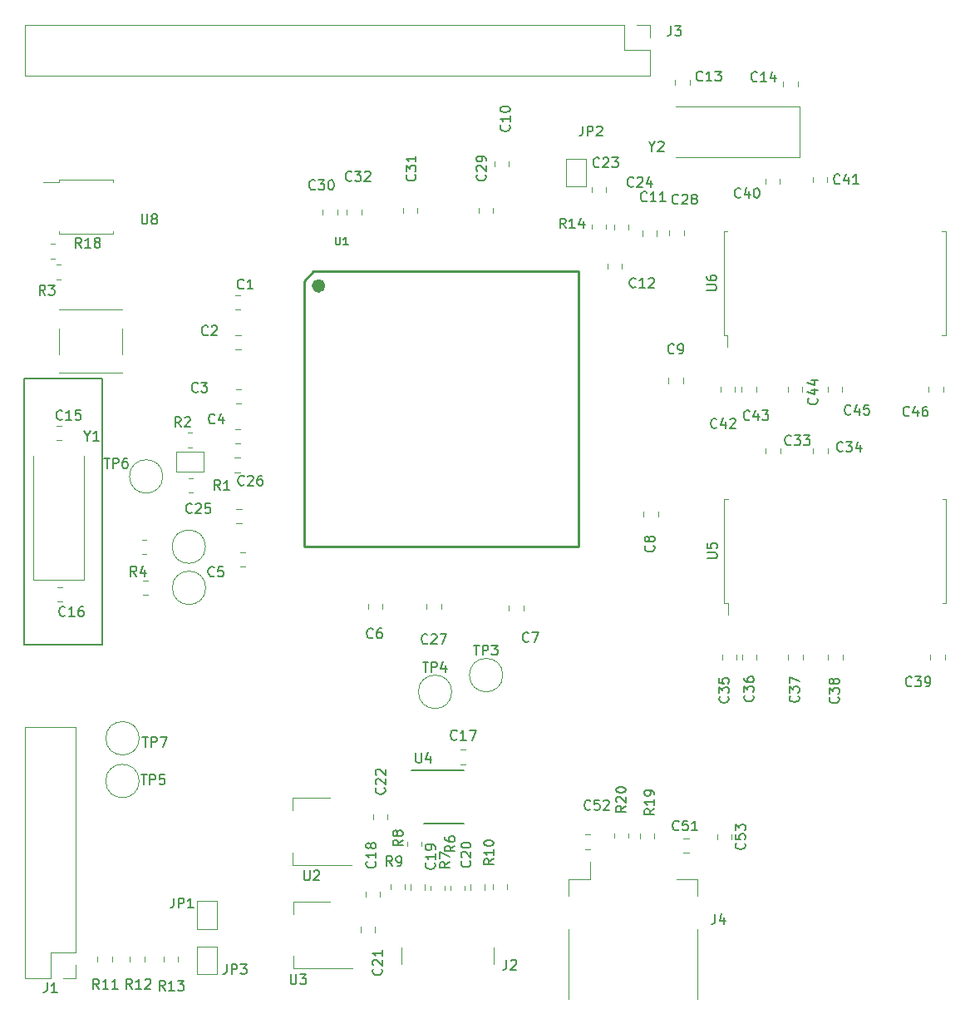
<source format=gbr>
%TF.GenerationSoftware,KiCad,Pcbnew,7.0.10*%
%TF.CreationDate,2024-02-10T01:11:15-05:00*%
%TF.ProjectId,9260-first,39323630-2d66-4697-9273-742e6b696361,rev?*%
%TF.SameCoordinates,Original*%
%TF.FileFunction,Legend,Top*%
%TF.FilePolarity,Positive*%
%FSLAX46Y46*%
G04 Gerber Fmt 4.6, Leading zero omitted, Abs format (unit mm)*
G04 Created by KiCad (PCBNEW 7.0.10) date 2024-02-10 01:11:15*
%MOMM*%
%LPD*%
G01*
G04 APERTURE LIST*
%ADD10C,0.150000*%
%ADD11C,0.120000*%
%ADD12C,0.254000*%
%ADD13C,0.707100*%
G04 APERTURE END LIST*
D10*
X29739000Y-65659000D02*
X37719000Y-65659000D01*
X37719000Y-92710000D01*
X29739000Y-92710000D01*
X29739000Y-65659000D01*
X91054819Y-109142857D02*
X90578628Y-109476190D01*
X91054819Y-109714285D02*
X90054819Y-109714285D01*
X90054819Y-109714285D02*
X90054819Y-109333333D01*
X90054819Y-109333333D02*
X90102438Y-109238095D01*
X90102438Y-109238095D02*
X90150057Y-109190476D01*
X90150057Y-109190476D02*
X90245295Y-109142857D01*
X90245295Y-109142857D02*
X90388152Y-109142857D01*
X90388152Y-109142857D02*
X90483390Y-109190476D01*
X90483390Y-109190476D02*
X90531009Y-109238095D01*
X90531009Y-109238095D02*
X90578628Y-109333333D01*
X90578628Y-109333333D02*
X90578628Y-109714285D01*
X90150057Y-108761904D02*
X90102438Y-108714285D01*
X90102438Y-108714285D02*
X90054819Y-108619047D01*
X90054819Y-108619047D02*
X90054819Y-108380952D01*
X90054819Y-108380952D02*
X90102438Y-108285714D01*
X90102438Y-108285714D02*
X90150057Y-108238095D01*
X90150057Y-108238095D02*
X90245295Y-108190476D01*
X90245295Y-108190476D02*
X90340533Y-108190476D01*
X90340533Y-108190476D02*
X90483390Y-108238095D01*
X90483390Y-108238095D02*
X91054819Y-108809523D01*
X91054819Y-108809523D02*
X91054819Y-108190476D01*
X90054819Y-107571428D02*
X90054819Y-107476190D01*
X90054819Y-107476190D02*
X90102438Y-107380952D01*
X90102438Y-107380952D02*
X90150057Y-107333333D01*
X90150057Y-107333333D02*
X90245295Y-107285714D01*
X90245295Y-107285714D02*
X90435771Y-107238095D01*
X90435771Y-107238095D02*
X90673866Y-107238095D01*
X90673866Y-107238095D02*
X90864342Y-107285714D01*
X90864342Y-107285714D02*
X90959580Y-107333333D01*
X90959580Y-107333333D02*
X91007200Y-107380952D01*
X91007200Y-107380952D02*
X91054819Y-107476190D01*
X91054819Y-107476190D02*
X91054819Y-107571428D01*
X91054819Y-107571428D02*
X91007200Y-107666666D01*
X91007200Y-107666666D02*
X90959580Y-107714285D01*
X90959580Y-107714285D02*
X90864342Y-107761904D01*
X90864342Y-107761904D02*
X90673866Y-107809523D01*
X90673866Y-107809523D02*
X90435771Y-107809523D01*
X90435771Y-107809523D02*
X90245295Y-107761904D01*
X90245295Y-107761904D02*
X90150057Y-107714285D01*
X90150057Y-107714285D02*
X90102438Y-107666666D01*
X90102438Y-107666666D02*
X90054819Y-107571428D01*
X93954819Y-109442857D02*
X93478628Y-109776190D01*
X93954819Y-110014285D02*
X92954819Y-110014285D01*
X92954819Y-110014285D02*
X92954819Y-109633333D01*
X92954819Y-109633333D02*
X93002438Y-109538095D01*
X93002438Y-109538095D02*
X93050057Y-109490476D01*
X93050057Y-109490476D02*
X93145295Y-109442857D01*
X93145295Y-109442857D02*
X93288152Y-109442857D01*
X93288152Y-109442857D02*
X93383390Y-109490476D01*
X93383390Y-109490476D02*
X93431009Y-109538095D01*
X93431009Y-109538095D02*
X93478628Y-109633333D01*
X93478628Y-109633333D02*
X93478628Y-110014285D01*
X93954819Y-108490476D02*
X93954819Y-109061904D01*
X93954819Y-108776190D02*
X92954819Y-108776190D01*
X92954819Y-108776190D02*
X93097676Y-108871428D01*
X93097676Y-108871428D02*
X93192914Y-108966666D01*
X93192914Y-108966666D02*
X93240533Y-109061904D01*
X93954819Y-108014285D02*
X93954819Y-107823809D01*
X93954819Y-107823809D02*
X93907200Y-107728571D01*
X93907200Y-107728571D02*
X93859580Y-107680952D01*
X93859580Y-107680952D02*
X93716723Y-107585714D01*
X93716723Y-107585714D02*
X93526247Y-107538095D01*
X93526247Y-107538095D02*
X93145295Y-107538095D01*
X93145295Y-107538095D02*
X93050057Y-107585714D01*
X93050057Y-107585714D02*
X93002438Y-107633333D01*
X93002438Y-107633333D02*
X92954819Y-107728571D01*
X92954819Y-107728571D02*
X92954819Y-107919047D01*
X92954819Y-107919047D02*
X93002438Y-108014285D01*
X93002438Y-108014285D02*
X93050057Y-108061904D01*
X93050057Y-108061904D02*
X93145295Y-108109523D01*
X93145295Y-108109523D02*
X93383390Y-108109523D01*
X93383390Y-108109523D02*
X93478628Y-108061904D01*
X93478628Y-108061904D02*
X93526247Y-108014285D01*
X93526247Y-108014285D02*
X93573866Y-107919047D01*
X93573866Y-107919047D02*
X93573866Y-107728571D01*
X93573866Y-107728571D02*
X93526247Y-107633333D01*
X93526247Y-107633333D02*
X93478628Y-107585714D01*
X93478628Y-107585714D02*
X93383390Y-107538095D01*
X100166666Y-120154819D02*
X100166666Y-120869104D01*
X100166666Y-120869104D02*
X100119047Y-121011961D01*
X100119047Y-121011961D02*
X100023809Y-121107200D01*
X100023809Y-121107200D02*
X99880952Y-121154819D01*
X99880952Y-121154819D02*
X99785714Y-121154819D01*
X101071428Y-120488152D02*
X101071428Y-121154819D01*
X100833333Y-120107200D02*
X100595238Y-120821485D01*
X100595238Y-120821485D02*
X101214285Y-120821485D01*
X103139580Y-112942857D02*
X103187200Y-112990476D01*
X103187200Y-112990476D02*
X103234819Y-113133333D01*
X103234819Y-113133333D02*
X103234819Y-113228571D01*
X103234819Y-113228571D02*
X103187200Y-113371428D01*
X103187200Y-113371428D02*
X103091961Y-113466666D01*
X103091961Y-113466666D02*
X102996723Y-113514285D01*
X102996723Y-113514285D02*
X102806247Y-113561904D01*
X102806247Y-113561904D02*
X102663390Y-113561904D01*
X102663390Y-113561904D02*
X102472914Y-113514285D01*
X102472914Y-113514285D02*
X102377676Y-113466666D01*
X102377676Y-113466666D02*
X102282438Y-113371428D01*
X102282438Y-113371428D02*
X102234819Y-113228571D01*
X102234819Y-113228571D02*
X102234819Y-113133333D01*
X102234819Y-113133333D02*
X102282438Y-112990476D01*
X102282438Y-112990476D02*
X102330057Y-112942857D01*
X102234819Y-112038095D02*
X102234819Y-112514285D01*
X102234819Y-112514285D02*
X102711009Y-112561904D01*
X102711009Y-112561904D02*
X102663390Y-112514285D01*
X102663390Y-112514285D02*
X102615771Y-112419047D01*
X102615771Y-112419047D02*
X102615771Y-112180952D01*
X102615771Y-112180952D02*
X102663390Y-112085714D01*
X102663390Y-112085714D02*
X102711009Y-112038095D01*
X102711009Y-112038095D02*
X102806247Y-111990476D01*
X102806247Y-111990476D02*
X103044342Y-111990476D01*
X103044342Y-111990476D02*
X103139580Y-112038095D01*
X103139580Y-112038095D02*
X103187200Y-112085714D01*
X103187200Y-112085714D02*
X103234819Y-112180952D01*
X103234819Y-112180952D02*
X103234819Y-112419047D01*
X103234819Y-112419047D02*
X103187200Y-112514285D01*
X103187200Y-112514285D02*
X103139580Y-112561904D01*
X102234819Y-111657142D02*
X102234819Y-111038095D01*
X102234819Y-111038095D02*
X102615771Y-111371428D01*
X102615771Y-111371428D02*
X102615771Y-111228571D01*
X102615771Y-111228571D02*
X102663390Y-111133333D01*
X102663390Y-111133333D02*
X102711009Y-111085714D01*
X102711009Y-111085714D02*
X102806247Y-111038095D01*
X102806247Y-111038095D02*
X103044342Y-111038095D01*
X103044342Y-111038095D02*
X103139580Y-111085714D01*
X103139580Y-111085714D02*
X103187200Y-111133333D01*
X103187200Y-111133333D02*
X103234819Y-111228571D01*
X103234819Y-111228571D02*
X103234819Y-111514285D01*
X103234819Y-111514285D02*
X103187200Y-111609523D01*
X103187200Y-111609523D02*
X103139580Y-111657142D01*
X87457142Y-109459580D02*
X87409523Y-109507200D01*
X87409523Y-109507200D02*
X87266666Y-109554819D01*
X87266666Y-109554819D02*
X87171428Y-109554819D01*
X87171428Y-109554819D02*
X87028571Y-109507200D01*
X87028571Y-109507200D02*
X86933333Y-109411961D01*
X86933333Y-109411961D02*
X86885714Y-109316723D01*
X86885714Y-109316723D02*
X86838095Y-109126247D01*
X86838095Y-109126247D02*
X86838095Y-108983390D01*
X86838095Y-108983390D02*
X86885714Y-108792914D01*
X86885714Y-108792914D02*
X86933333Y-108697676D01*
X86933333Y-108697676D02*
X87028571Y-108602438D01*
X87028571Y-108602438D02*
X87171428Y-108554819D01*
X87171428Y-108554819D02*
X87266666Y-108554819D01*
X87266666Y-108554819D02*
X87409523Y-108602438D01*
X87409523Y-108602438D02*
X87457142Y-108650057D01*
X88361904Y-108554819D02*
X87885714Y-108554819D01*
X87885714Y-108554819D02*
X87838095Y-109031009D01*
X87838095Y-109031009D02*
X87885714Y-108983390D01*
X87885714Y-108983390D02*
X87980952Y-108935771D01*
X87980952Y-108935771D02*
X88219047Y-108935771D01*
X88219047Y-108935771D02*
X88314285Y-108983390D01*
X88314285Y-108983390D02*
X88361904Y-109031009D01*
X88361904Y-109031009D02*
X88409523Y-109126247D01*
X88409523Y-109126247D02*
X88409523Y-109364342D01*
X88409523Y-109364342D02*
X88361904Y-109459580D01*
X88361904Y-109459580D02*
X88314285Y-109507200D01*
X88314285Y-109507200D02*
X88219047Y-109554819D01*
X88219047Y-109554819D02*
X87980952Y-109554819D01*
X87980952Y-109554819D02*
X87885714Y-109507200D01*
X87885714Y-109507200D02*
X87838095Y-109459580D01*
X88790476Y-108650057D02*
X88838095Y-108602438D01*
X88838095Y-108602438D02*
X88933333Y-108554819D01*
X88933333Y-108554819D02*
X89171428Y-108554819D01*
X89171428Y-108554819D02*
X89266666Y-108602438D01*
X89266666Y-108602438D02*
X89314285Y-108650057D01*
X89314285Y-108650057D02*
X89361904Y-108745295D01*
X89361904Y-108745295D02*
X89361904Y-108840533D01*
X89361904Y-108840533D02*
X89314285Y-108983390D01*
X89314285Y-108983390D02*
X88742857Y-109554819D01*
X88742857Y-109554819D02*
X89361904Y-109554819D01*
X96457142Y-111559580D02*
X96409523Y-111607200D01*
X96409523Y-111607200D02*
X96266666Y-111654819D01*
X96266666Y-111654819D02*
X96171428Y-111654819D01*
X96171428Y-111654819D02*
X96028571Y-111607200D01*
X96028571Y-111607200D02*
X95933333Y-111511961D01*
X95933333Y-111511961D02*
X95885714Y-111416723D01*
X95885714Y-111416723D02*
X95838095Y-111226247D01*
X95838095Y-111226247D02*
X95838095Y-111083390D01*
X95838095Y-111083390D02*
X95885714Y-110892914D01*
X95885714Y-110892914D02*
X95933333Y-110797676D01*
X95933333Y-110797676D02*
X96028571Y-110702438D01*
X96028571Y-110702438D02*
X96171428Y-110654819D01*
X96171428Y-110654819D02*
X96266666Y-110654819D01*
X96266666Y-110654819D02*
X96409523Y-110702438D01*
X96409523Y-110702438D02*
X96457142Y-110750057D01*
X97361904Y-110654819D02*
X96885714Y-110654819D01*
X96885714Y-110654819D02*
X96838095Y-111131009D01*
X96838095Y-111131009D02*
X96885714Y-111083390D01*
X96885714Y-111083390D02*
X96980952Y-111035771D01*
X96980952Y-111035771D02*
X97219047Y-111035771D01*
X97219047Y-111035771D02*
X97314285Y-111083390D01*
X97314285Y-111083390D02*
X97361904Y-111131009D01*
X97361904Y-111131009D02*
X97409523Y-111226247D01*
X97409523Y-111226247D02*
X97409523Y-111464342D01*
X97409523Y-111464342D02*
X97361904Y-111559580D01*
X97361904Y-111559580D02*
X97314285Y-111607200D01*
X97314285Y-111607200D02*
X97219047Y-111654819D01*
X97219047Y-111654819D02*
X96980952Y-111654819D01*
X96980952Y-111654819D02*
X96885714Y-111607200D01*
X96885714Y-111607200D02*
X96838095Y-111559580D01*
X98361904Y-111654819D02*
X97790476Y-111654819D01*
X98076190Y-111654819D02*
X98076190Y-110654819D01*
X98076190Y-110654819D02*
X97980952Y-110797676D01*
X97980952Y-110797676D02*
X97885714Y-110892914D01*
X97885714Y-110892914D02*
X97790476Y-110940533D01*
X95666666Y-29754819D02*
X95666666Y-30469104D01*
X95666666Y-30469104D02*
X95619047Y-30611961D01*
X95619047Y-30611961D02*
X95523809Y-30707200D01*
X95523809Y-30707200D02*
X95380952Y-30754819D01*
X95380952Y-30754819D02*
X95285714Y-30754819D01*
X96047619Y-29754819D02*
X96666666Y-29754819D01*
X96666666Y-29754819D02*
X96333333Y-30135771D01*
X96333333Y-30135771D02*
X96476190Y-30135771D01*
X96476190Y-30135771D02*
X96571428Y-30183390D01*
X96571428Y-30183390D02*
X96619047Y-30231009D01*
X96619047Y-30231009D02*
X96666666Y-30326247D01*
X96666666Y-30326247D02*
X96666666Y-30564342D01*
X96666666Y-30564342D02*
X96619047Y-30659580D01*
X96619047Y-30659580D02*
X96571428Y-30707200D01*
X96571428Y-30707200D02*
X96476190Y-30754819D01*
X96476190Y-30754819D02*
X96190476Y-30754819D01*
X96190476Y-30754819D02*
X96095238Y-30707200D01*
X96095238Y-30707200D02*
X96047619Y-30659580D01*
X66460580Y-107322857D02*
X66508200Y-107370476D01*
X66508200Y-107370476D02*
X66555819Y-107513333D01*
X66555819Y-107513333D02*
X66555819Y-107608571D01*
X66555819Y-107608571D02*
X66508200Y-107751428D01*
X66508200Y-107751428D02*
X66412961Y-107846666D01*
X66412961Y-107846666D02*
X66317723Y-107894285D01*
X66317723Y-107894285D02*
X66127247Y-107941904D01*
X66127247Y-107941904D02*
X65984390Y-107941904D01*
X65984390Y-107941904D02*
X65793914Y-107894285D01*
X65793914Y-107894285D02*
X65698676Y-107846666D01*
X65698676Y-107846666D02*
X65603438Y-107751428D01*
X65603438Y-107751428D02*
X65555819Y-107608571D01*
X65555819Y-107608571D02*
X65555819Y-107513333D01*
X65555819Y-107513333D02*
X65603438Y-107370476D01*
X65603438Y-107370476D02*
X65651057Y-107322857D01*
X65651057Y-106941904D02*
X65603438Y-106894285D01*
X65603438Y-106894285D02*
X65555819Y-106799047D01*
X65555819Y-106799047D02*
X65555819Y-106560952D01*
X65555819Y-106560952D02*
X65603438Y-106465714D01*
X65603438Y-106465714D02*
X65651057Y-106418095D01*
X65651057Y-106418095D02*
X65746295Y-106370476D01*
X65746295Y-106370476D02*
X65841533Y-106370476D01*
X65841533Y-106370476D02*
X65984390Y-106418095D01*
X65984390Y-106418095D02*
X66555819Y-106989523D01*
X66555819Y-106989523D02*
X66555819Y-106370476D01*
X65651057Y-105989523D02*
X65603438Y-105941904D01*
X65603438Y-105941904D02*
X65555819Y-105846666D01*
X65555819Y-105846666D02*
X65555819Y-105608571D01*
X65555819Y-105608571D02*
X65603438Y-105513333D01*
X65603438Y-105513333D02*
X65651057Y-105465714D01*
X65651057Y-105465714D02*
X65746295Y-105418095D01*
X65746295Y-105418095D02*
X65841533Y-105418095D01*
X65841533Y-105418095D02*
X65984390Y-105465714D01*
X65984390Y-105465714D02*
X66555819Y-106037142D01*
X66555819Y-106037142D02*
X66555819Y-105418095D01*
X49183333Y-70149580D02*
X49135714Y-70197200D01*
X49135714Y-70197200D02*
X48992857Y-70244819D01*
X48992857Y-70244819D02*
X48897619Y-70244819D01*
X48897619Y-70244819D02*
X48754762Y-70197200D01*
X48754762Y-70197200D02*
X48659524Y-70101961D01*
X48659524Y-70101961D02*
X48611905Y-70006723D01*
X48611905Y-70006723D02*
X48564286Y-69816247D01*
X48564286Y-69816247D02*
X48564286Y-69673390D01*
X48564286Y-69673390D02*
X48611905Y-69482914D01*
X48611905Y-69482914D02*
X48659524Y-69387676D01*
X48659524Y-69387676D02*
X48754762Y-69292438D01*
X48754762Y-69292438D02*
X48897619Y-69244819D01*
X48897619Y-69244819D02*
X48992857Y-69244819D01*
X48992857Y-69244819D02*
X49135714Y-69292438D01*
X49135714Y-69292438D02*
X49183333Y-69340057D01*
X50040476Y-69578152D02*
X50040476Y-70244819D01*
X49802381Y-69197200D02*
X49564286Y-69911485D01*
X49564286Y-69911485D02*
X50183333Y-69911485D01*
X70366095Y-94492819D02*
X70937523Y-94492819D01*
X70651809Y-95492819D02*
X70651809Y-94492819D01*
X71270857Y-95492819D02*
X71270857Y-94492819D01*
X71270857Y-94492819D02*
X71651809Y-94492819D01*
X71651809Y-94492819D02*
X71747047Y-94540438D01*
X71747047Y-94540438D02*
X71794666Y-94588057D01*
X71794666Y-94588057D02*
X71842285Y-94683295D01*
X71842285Y-94683295D02*
X71842285Y-94826152D01*
X71842285Y-94826152D02*
X71794666Y-94921390D01*
X71794666Y-94921390D02*
X71747047Y-94969009D01*
X71747047Y-94969009D02*
X71651809Y-95016628D01*
X71651809Y-95016628D02*
X71270857Y-95016628D01*
X72699428Y-94826152D02*
X72699428Y-95492819D01*
X72461333Y-94445200D02*
X72223238Y-95159485D01*
X72223238Y-95159485D02*
X72842285Y-95159485D01*
X73837142Y-102339580D02*
X73789523Y-102387200D01*
X73789523Y-102387200D02*
X73646666Y-102434819D01*
X73646666Y-102434819D02*
X73551428Y-102434819D01*
X73551428Y-102434819D02*
X73408571Y-102387200D01*
X73408571Y-102387200D02*
X73313333Y-102291961D01*
X73313333Y-102291961D02*
X73265714Y-102196723D01*
X73265714Y-102196723D02*
X73218095Y-102006247D01*
X73218095Y-102006247D02*
X73218095Y-101863390D01*
X73218095Y-101863390D02*
X73265714Y-101672914D01*
X73265714Y-101672914D02*
X73313333Y-101577676D01*
X73313333Y-101577676D02*
X73408571Y-101482438D01*
X73408571Y-101482438D02*
X73551428Y-101434819D01*
X73551428Y-101434819D02*
X73646666Y-101434819D01*
X73646666Y-101434819D02*
X73789523Y-101482438D01*
X73789523Y-101482438D02*
X73837142Y-101530057D01*
X74789523Y-102434819D02*
X74218095Y-102434819D01*
X74503809Y-102434819D02*
X74503809Y-101434819D01*
X74503809Y-101434819D02*
X74408571Y-101577676D01*
X74408571Y-101577676D02*
X74313333Y-101672914D01*
X74313333Y-101672914D02*
X74218095Y-101720533D01*
X75122857Y-101434819D02*
X75789523Y-101434819D01*
X75789523Y-101434819D02*
X75360952Y-102434819D01*
X49133333Y-85709580D02*
X49085714Y-85757200D01*
X49085714Y-85757200D02*
X48942857Y-85804819D01*
X48942857Y-85804819D02*
X48847619Y-85804819D01*
X48847619Y-85804819D02*
X48704762Y-85757200D01*
X48704762Y-85757200D02*
X48609524Y-85661961D01*
X48609524Y-85661961D02*
X48561905Y-85566723D01*
X48561905Y-85566723D02*
X48514286Y-85376247D01*
X48514286Y-85376247D02*
X48514286Y-85233390D01*
X48514286Y-85233390D02*
X48561905Y-85042914D01*
X48561905Y-85042914D02*
X48609524Y-84947676D01*
X48609524Y-84947676D02*
X48704762Y-84852438D01*
X48704762Y-84852438D02*
X48847619Y-84804819D01*
X48847619Y-84804819D02*
X48942857Y-84804819D01*
X48942857Y-84804819D02*
X49085714Y-84852438D01*
X49085714Y-84852438D02*
X49133333Y-84900057D01*
X50038095Y-84804819D02*
X49561905Y-84804819D01*
X49561905Y-84804819D02*
X49514286Y-85281009D01*
X49514286Y-85281009D02*
X49561905Y-85233390D01*
X49561905Y-85233390D02*
X49657143Y-85185771D01*
X49657143Y-85185771D02*
X49895238Y-85185771D01*
X49895238Y-85185771D02*
X49990476Y-85233390D01*
X49990476Y-85233390D02*
X50038095Y-85281009D01*
X50038095Y-85281009D02*
X50085714Y-85376247D01*
X50085714Y-85376247D02*
X50085714Y-85614342D01*
X50085714Y-85614342D02*
X50038095Y-85709580D01*
X50038095Y-85709580D02*
X49990476Y-85757200D01*
X49990476Y-85757200D02*
X49895238Y-85804819D01*
X49895238Y-85804819D02*
X49657143Y-85804819D01*
X49657143Y-85804819D02*
X49561905Y-85757200D01*
X49561905Y-85757200D02*
X49514286Y-85709580D01*
X79169580Y-39852857D02*
X79217200Y-39900476D01*
X79217200Y-39900476D02*
X79264819Y-40043333D01*
X79264819Y-40043333D02*
X79264819Y-40138571D01*
X79264819Y-40138571D02*
X79217200Y-40281428D01*
X79217200Y-40281428D02*
X79121961Y-40376666D01*
X79121961Y-40376666D02*
X79026723Y-40424285D01*
X79026723Y-40424285D02*
X78836247Y-40471904D01*
X78836247Y-40471904D02*
X78693390Y-40471904D01*
X78693390Y-40471904D02*
X78502914Y-40424285D01*
X78502914Y-40424285D02*
X78407676Y-40376666D01*
X78407676Y-40376666D02*
X78312438Y-40281428D01*
X78312438Y-40281428D02*
X78264819Y-40138571D01*
X78264819Y-40138571D02*
X78264819Y-40043333D01*
X78264819Y-40043333D02*
X78312438Y-39900476D01*
X78312438Y-39900476D02*
X78360057Y-39852857D01*
X79264819Y-38900476D02*
X79264819Y-39471904D01*
X79264819Y-39186190D02*
X78264819Y-39186190D01*
X78264819Y-39186190D02*
X78407676Y-39281428D01*
X78407676Y-39281428D02*
X78502914Y-39376666D01*
X78502914Y-39376666D02*
X78550533Y-39471904D01*
X78264819Y-38281428D02*
X78264819Y-38186190D01*
X78264819Y-38186190D02*
X78312438Y-38090952D01*
X78312438Y-38090952D02*
X78360057Y-38043333D01*
X78360057Y-38043333D02*
X78455295Y-37995714D01*
X78455295Y-37995714D02*
X78645771Y-37948095D01*
X78645771Y-37948095D02*
X78883866Y-37948095D01*
X78883866Y-37948095D02*
X79074342Y-37995714D01*
X79074342Y-37995714D02*
X79169580Y-38043333D01*
X79169580Y-38043333D02*
X79217200Y-38090952D01*
X79217200Y-38090952D02*
X79264819Y-38186190D01*
X79264819Y-38186190D02*
X79264819Y-38281428D01*
X79264819Y-38281428D02*
X79217200Y-38376666D01*
X79217200Y-38376666D02*
X79169580Y-38424285D01*
X79169580Y-38424285D02*
X79074342Y-38471904D01*
X79074342Y-38471904D02*
X78883866Y-38519523D01*
X78883866Y-38519523D02*
X78645771Y-38519523D01*
X78645771Y-38519523D02*
X78455295Y-38471904D01*
X78455295Y-38471904D02*
X78360057Y-38424285D01*
X78360057Y-38424285D02*
X78312438Y-38376666D01*
X78312438Y-38376666D02*
X78264819Y-38281428D01*
X67270333Y-115262819D02*
X66937000Y-114786628D01*
X66698905Y-115262819D02*
X66698905Y-114262819D01*
X66698905Y-114262819D02*
X67079857Y-114262819D01*
X67079857Y-114262819D02*
X67175095Y-114310438D01*
X67175095Y-114310438D02*
X67222714Y-114358057D01*
X67222714Y-114358057D02*
X67270333Y-114453295D01*
X67270333Y-114453295D02*
X67270333Y-114596152D01*
X67270333Y-114596152D02*
X67222714Y-114691390D01*
X67222714Y-114691390D02*
X67175095Y-114739009D01*
X67175095Y-114739009D02*
X67079857Y-114786628D01*
X67079857Y-114786628D02*
X66698905Y-114786628D01*
X67746524Y-115262819D02*
X67937000Y-115262819D01*
X67937000Y-115262819D02*
X68032238Y-115215200D01*
X68032238Y-115215200D02*
X68079857Y-115167580D01*
X68079857Y-115167580D02*
X68175095Y-115024723D01*
X68175095Y-115024723D02*
X68222714Y-114834247D01*
X68222714Y-114834247D02*
X68222714Y-114453295D01*
X68222714Y-114453295D02*
X68175095Y-114358057D01*
X68175095Y-114358057D02*
X68127476Y-114310438D01*
X68127476Y-114310438D02*
X68032238Y-114262819D01*
X68032238Y-114262819D02*
X67841762Y-114262819D01*
X67841762Y-114262819D02*
X67746524Y-114310438D01*
X67746524Y-114310438D02*
X67698905Y-114358057D01*
X67698905Y-114358057D02*
X67651286Y-114453295D01*
X67651286Y-114453295D02*
X67651286Y-114691390D01*
X67651286Y-114691390D02*
X67698905Y-114786628D01*
X67698905Y-114786628D02*
X67746524Y-114834247D01*
X67746524Y-114834247D02*
X67841762Y-114881866D01*
X67841762Y-114881866D02*
X68032238Y-114881866D01*
X68032238Y-114881866D02*
X68127476Y-114834247D01*
X68127476Y-114834247D02*
X68175095Y-114786628D01*
X68175095Y-114786628D02*
X68222714Y-114691390D01*
X119927142Y-69389580D02*
X119879523Y-69437200D01*
X119879523Y-69437200D02*
X119736666Y-69484819D01*
X119736666Y-69484819D02*
X119641428Y-69484819D01*
X119641428Y-69484819D02*
X119498571Y-69437200D01*
X119498571Y-69437200D02*
X119403333Y-69341961D01*
X119403333Y-69341961D02*
X119355714Y-69246723D01*
X119355714Y-69246723D02*
X119308095Y-69056247D01*
X119308095Y-69056247D02*
X119308095Y-68913390D01*
X119308095Y-68913390D02*
X119355714Y-68722914D01*
X119355714Y-68722914D02*
X119403333Y-68627676D01*
X119403333Y-68627676D02*
X119498571Y-68532438D01*
X119498571Y-68532438D02*
X119641428Y-68484819D01*
X119641428Y-68484819D02*
X119736666Y-68484819D01*
X119736666Y-68484819D02*
X119879523Y-68532438D01*
X119879523Y-68532438D02*
X119927142Y-68580057D01*
X120784285Y-68818152D02*
X120784285Y-69484819D01*
X120546190Y-68437200D02*
X120308095Y-69151485D01*
X120308095Y-69151485D02*
X120927142Y-69151485D01*
X121736666Y-68484819D02*
X121546190Y-68484819D01*
X121546190Y-68484819D02*
X121450952Y-68532438D01*
X121450952Y-68532438D02*
X121403333Y-68580057D01*
X121403333Y-68580057D02*
X121308095Y-68722914D01*
X121308095Y-68722914D02*
X121260476Y-68913390D01*
X121260476Y-68913390D02*
X121260476Y-69294342D01*
X121260476Y-69294342D02*
X121308095Y-69389580D01*
X121308095Y-69389580D02*
X121355714Y-69437200D01*
X121355714Y-69437200D02*
X121450952Y-69484819D01*
X121450952Y-69484819D02*
X121641428Y-69484819D01*
X121641428Y-69484819D02*
X121736666Y-69437200D01*
X121736666Y-69437200D02*
X121784285Y-69389580D01*
X121784285Y-69389580D02*
X121831904Y-69294342D01*
X121831904Y-69294342D02*
X121831904Y-69056247D01*
X121831904Y-69056247D02*
X121784285Y-68961009D01*
X121784285Y-68961009D02*
X121736666Y-68913390D01*
X121736666Y-68913390D02*
X121641428Y-68865771D01*
X121641428Y-68865771D02*
X121450952Y-68865771D01*
X121450952Y-68865771D02*
X121355714Y-68913390D01*
X121355714Y-68913390D02*
X121308095Y-68961009D01*
X121308095Y-68961009D02*
X121260476Y-69056247D01*
X93187142Y-47529580D02*
X93139523Y-47577200D01*
X93139523Y-47577200D02*
X92996666Y-47624819D01*
X92996666Y-47624819D02*
X92901428Y-47624819D01*
X92901428Y-47624819D02*
X92758571Y-47577200D01*
X92758571Y-47577200D02*
X92663333Y-47481961D01*
X92663333Y-47481961D02*
X92615714Y-47386723D01*
X92615714Y-47386723D02*
X92568095Y-47196247D01*
X92568095Y-47196247D02*
X92568095Y-47053390D01*
X92568095Y-47053390D02*
X92615714Y-46862914D01*
X92615714Y-46862914D02*
X92663333Y-46767676D01*
X92663333Y-46767676D02*
X92758571Y-46672438D01*
X92758571Y-46672438D02*
X92901428Y-46624819D01*
X92901428Y-46624819D02*
X92996666Y-46624819D01*
X92996666Y-46624819D02*
X93139523Y-46672438D01*
X93139523Y-46672438D02*
X93187142Y-46720057D01*
X94139523Y-47624819D02*
X93568095Y-47624819D01*
X93853809Y-47624819D02*
X93853809Y-46624819D01*
X93853809Y-46624819D02*
X93758571Y-46767676D01*
X93758571Y-46767676D02*
X93663333Y-46862914D01*
X93663333Y-46862914D02*
X93568095Y-46910533D01*
X95091904Y-47624819D02*
X94520476Y-47624819D01*
X94806190Y-47624819D02*
X94806190Y-46624819D01*
X94806190Y-46624819D02*
X94710952Y-46767676D01*
X94710952Y-46767676D02*
X94615714Y-46862914D01*
X94615714Y-46862914D02*
X94520476Y-46910533D01*
X112693580Y-98077857D02*
X112741200Y-98125476D01*
X112741200Y-98125476D02*
X112788819Y-98268333D01*
X112788819Y-98268333D02*
X112788819Y-98363571D01*
X112788819Y-98363571D02*
X112741200Y-98506428D01*
X112741200Y-98506428D02*
X112645961Y-98601666D01*
X112645961Y-98601666D02*
X112550723Y-98649285D01*
X112550723Y-98649285D02*
X112360247Y-98696904D01*
X112360247Y-98696904D02*
X112217390Y-98696904D01*
X112217390Y-98696904D02*
X112026914Y-98649285D01*
X112026914Y-98649285D02*
X111931676Y-98601666D01*
X111931676Y-98601666D02*
X111836438Y-98506428D01*
X111836438Y-98506428D02*
X111788819Y-98363571D01*
X111788819Y-98363571D02*
X111788819Y-98268333D01*
X111788819Y-98268333D02*
X111836438Y-98125476D01*
X111836438Y-98125476D02*
X111884057Y-98077857D01*
X111788819Y-97744523D02*
X111788819Y-97125476D01*
X111788819Y-97125476D02*
X112169771Y-97458809D01*
X112169771Y-97458809D02*
X112169771Y-97315952D01*
X112169771Y-97315952D02*
X112217390Y-97220714D01*
X112217390Y-97220714D02*
X112265009Y-97173095D01*
X112265009Y-97173095D02*
X112360247Y-97125476D01*
X112360247Y-97125476D02*
X112598342Y-97125476D01*
X112598342Y-97125476D02*
X112693580Y-97173095D01*
X112693580Y-97173095D02*
X112741200Y-97220714D01*
X112741200Y-97220714D02*
X112788819Y-97315952D01*
X112788819Y-97315952D02*
X112788819Y-97601666D01*
X112788819Y-97601666D02*
X112741200Y-97696904D01*
X112741200Y-97696904D02*
X112693580Y-97744523D01*
X112217390Y-96554047D02*
X112169771Y-96649285D01*
X112169771Y-96649285D02*
X112122152Y-96696904D01*
X112122152Y-96696904D02*
X112026914Y-96744523D01*
X112026914Y-96744523D02*
X111979295Y-96744523D01*
X111979295Y-96744523D02*
X111884057Y-96696904D01*
X111884057Y-96696904D02*
X111836438Y-96649285D01*
X111836438Y-96649285D02*
X111788819Y-96554047D01*
X111788819Y-96554047D02*
X111788819Y-96363571D01*
X111788819Y-96363571D02*
X111836438Y-96268333D01*
X111836438Y-96268333D02*
X111884057Y-96220714D01*
X111884057Y-96220714D02*
X111979295Y-96173095D01*
X111979295Y-96173095D02*
X112026914Y-96173095D01*
X112026914Y-96173095D02*
X112122152Y-96220714D01*
X112122152Y-96220714D02*
X112169771Y-96268333D01*
X112169771Y-96268333D02*
X112217390Y-96363571D01*
X112217390Y-96363571D02*
X112217390Y-96554047D01*
X112217390Y-96554047D02*
X112265009Y-96649285D01*
X112265009Y-96649285D02*
X112312628Y-96696904D01*
X112312628Y-96696904D02*
X112407866Y-96744523D01*
X112407866Y-96744523D02*
X112598342Y-96744523D01*
X112598342Y-96744523D02*
X112693580Y-96696904D01*
X112693580Y-96696904D02*
X112741200Y-96649285D01*
X112741200Y-96649285D02*
X112788819Y-96554047D01*
X112788819Y-96554047D02*
X112788819Y-96363571D01*
X112788819Y-96363571D02*
X112741200Y-96268333D01*
X112741200Y-96268333D02*
X112693580Y-96220714D01*
X112693580Y-96220714D02*
X112598342Y-96173095D01*
X112598342Y-96173095D02*
X112407866Y-96173095D01*
X112407866Y-96173095D02*
X112312628Y-96220714D01*
X112312628Y-96220714D02*
X112265009Y-96268333D01*
X112265009Y-96268333D02*
X112217390Y-96363571D01*
X86666666Y-39954819D02*
X86666666Y-40669104D01*
X86666666Y-40669104D02*
X86619047Y-40811961D01*
X86619047Y-40811961D02*
X86523809Y-40907200D01*
X86523809Y-40907200D02*
X86380952Y-40954819D01*
X86380952Y-40954819D02*
X86285714Y-40954819D01*
X87142857Y-40954819D02*
X87142857Y-39954819D01*
X87142857Y-39954819D02*
X87523809Y-39954819D01*
X87523809Y-39954819D02*
X87619047Y-40002438D01*
X87619047Y-40002438D02*
X87666666Y-40050057D01*
X87666666Y-40050057D02*
X87714285Y-40145295D01*
X87714285Y-40145295D02*
X87714285Y-40288152D01*
X87714285Y-40288152D02*
X87666666Y-40383390D01*
X87666666Y-40383390D02*
X87619047Y-40431009D01*
X87619047Y-40431009D02*
X87523809Y-40478628D01*
X87523809Y-40478628D02*
X87142857Y-40478628D01*
X88095238Y-40050057D02*
X88142857Y-40002438D01*
X88142857Y-40002438D02*
X88238095Y-39954819D01*
X88238095Y-39954819D02*
X88476190Y-39954819D01*
X88476190Y-39954819D02*
X88571428Y-40002438D01*
X88571428Y-40002438D02*
X88619047Y-40050057D01*
X88619047Y-40050057D02*
X88666666Y-40145295D01*
X88666666Y-40145295D02*
X88666666Y-40240533D01*
X88666666Y-40240533D02*
X88619047Y-40383390D01*
X88619047Y-40383390D02*
X88047619Y-40954819D01*
X88047619Y-40954819D02*
X88666666Y-40954819D01*
X99286819Y-56676904D02*
X100096342Y-56676904D01*
X100096342Y-56676904D02*
X100191580Y-56629285D01*
X100191580Y-56629285D02*
X100239200Y-56581666D01*
X100239200Y-56581666D02*
X100286819Y-56486428D01*
X100286819Y-56486428D02*
X100286819Y-56295952D01*
X100286819Y-56295952D02*
X100239200Y-56200714D01*
X100239200Y-56200714D02*
X100191580Y-56153095D01*
X100191580Y-56153095D02*
X100096342Y-56105476D01*
X100096342Y-56105476D02*
X99286819Y-56105476D01*
X99286819Y-55200714D02*
X99286819Y-55391190D01*
X99286819Y-55391190D02*
X99334438Y-55486428D01*
X99334438Y-55486428D02*
X99382057Y-55534047D01*
X99382057Y-55534047D02*
X99524914Y-55629285D01*
X99524914Y-55629285D02*
X99715390Y-55676904D01*
X99715390Y-55676904D02*
X100096342Y-55676904D01*
X100096342Y-55676904D02*
X100191580Y-55629285D01*
X100191580Y-55629285D02*
X100239200Y-55581666D01*
X100239200Y-55581666D02*
X100286819Y-55486428D01*
X100286819Y-55486428D02*
X100286819Y-55295952D01*
X100286819Y-55295952D02*
X100239200Y-55200714D01*
X100239200Y-55200714D02*
X100191580Y-55153095D01*
X100191580Y-55153095D02*
X100096342Y-55105476D01*
X100096342Y-55105476D02*
X99858247Y-55105476D01*
X99858247Y-55105476D02*
X99763009Y-55153095D01*
X99763009Y-55153095D02*
X99715390Y-55200714D01*
X99715390Y-55200714D02*
X99667771Y-55295952D01*
X99667771Y-55295952D02*
X99667771Y-55486428D01*
X99667771Y-55486428D02*
X99715390Y-55581666D01*
X99715390Y-55581666D02*
X99763009Y-55629285D01*
X99763009Y-55629285D02*
X99858247Y-55676904D01*
X41748095Y-48914819D02*
X41748095Y-49724342D01*
X41748095Y-49724342D02*
X41795714Y-49819580D01*
X41795714Y-49819580D02*
X41843333Y-49867200D01*
X41843333Y-49867200D02*
X41938571Y-49914819D01*
X41938571Y-49914819D02*
X42129047Y-49914819D01*
X42129047Y-49914819D02*
X42224285Y-49867200D01*
X42224285Y-49867200D02*
X42271904Y-49819580D01*
X42271904Y-49819580D02*
X42319523Y-49724342D01*
X42319523Y-49724342D02*
X42319523Y-48914819D01*
X42938571Y-49343390D02*
X42843333Y-49295771D01*
X42843333Y-49295771D02*
X42795714Y-49248152D01*
X42795714Y-49248152D02*
X42748095Y-49152914D01*
X42748095Y-49152914D02*
X42748095Y-49105295D01*
X42748095Y-49105295D02*
X42795714Y-49010057D01*
X42795714Y-49010057D02*
X42843333Y-48962438D01*
X42843333Y-48962438D02*
X42938571Y-48914819D01*
X42938571Y-48914819D02*
X43129047Y-48914819D01*
X43129047Y-48914819D02*
X43224285Y-48962438D01*
X43224285Y-48962438D02*
X43271904Y-49010057D01*
X43271904Y-49010057D02*
X43319523Y-49105295D01*
X43319523Y-49105295D02*
X43319523Y-49152914D01*
X43319523Y-49152914D02*
X43271904Y-49248152D01*
X43271904Y-49248152D02*
X43224285Y-49295771D01*
X43224285Y-49295771D02*
X43129047Y-49343390D01*
X43129047Y-49343390D02*
X42938571Y-49343390D01*
X42938571Y-49343390D02*
X42843333Y-49391009D01*
X42843333Y-49391009D02*
X42795714Y-49438628D01*
X42795714Y-49438628D02*
X42748095Y-49533866D01*
X42748095Y-49533866D02*
X42748095Y-49724342D01*
X42748095Y-49724342D02*
X42795714Y-49819580D01*
X42795714Y-49819580D02*
X42843333Y-49867200D01*
X42843333Y-49867200D02*
X42938571Y-49914819D01*
X42938571Y-49914819D02*
X43129047Y-49914819D01*
X43129047Y-49914819D02*
X43224285Y-49867200D01*
X43224285Y-49867200D02*
X43271904Y-49819580D01*
X43271904Y-49819580D02*
X43319523Y-49724342D01*
X43319523Y-49724342D02*
X43319523Y-49533866D01*
X43319523Y-49533866D02*
X43271904Y-49438628D01*
X43271904Y-49438628D02*
X43224285Y-49391009D01*
X43224285Y-49391009D02*
X43129047Y-49343390D01*
X103677142Y-69799580D02*
X103629523Y-69847200D01*
X103629523Y-69847200D02*
X103486666Y-69894819D01*
X103486666Y-69894819D02*
X103391428Y-69894819D01*
X103391428Y-69894819D02*
X103248571Y-69847200D01*
X103248571Y-69847200D02*
X103153333Y-69751961D01*
X103153333Y-69751961D02*
X103105714Y-69656723D01*
X103105714Y-69656723D02*
X103058095Y-69466247D01*
X103058095Y-69466247D02*
X103058095Y-69323390D01*
X103058095Y-69323390D02*
X103105714Y-69132914D01*
X103105714Y-69132914D02*
X103153333Y-69037676D01*
X103153333Y-69037676D02*
X103248571Y-68942438D01*
X103248571Y-68942438D02*
X103391428Y-68894819D01*
X103391428Y-68894819D02*
X103486666Y-68894819D01*
X103486666Y-68894819D02*
X103629523Y-68942438D01*
X103629523Y-68942438D02*
X103677142Y-68990057D01*
X104534285Y-69228152D02*
X104534285Y-69894819D01*
X104296190Y-68847200D02*
X104058095Y-69561485D01*
X104058095Y-69561485D02*
X104677142Y-69561485D01*
X104962857Y-68894819D02*
X105581904Y-68894819D01*
X105581904Y-68894819D02*
X105248571Y-69275771D01*
X105248571Y-69275771D02*
X105391428Y-69275771D01*
X105391428Y-69275771D02*
X105486666Y-69323390D01*
X105486666Y-69323390D02*
X105534285Y-69371009D01*
X105534285Y-69371009D02*
X105581904Y-69466247D01*
X105581904Y-69466247D02*
X105581904Y-69704342D01*
X105581904Y-69704342D02*
X105534285Y-69799580D01*
X105534285Y-69799580D02*
X105486666Y-69847200D01*
X105486666Y-69847200D02*
X105391428Y-69894819D01*
X105391428Y-69894819D02*
X105105714Y-69894819D01*
X105105714Y-69894819D02*
X105010476Y-69847200D01*
X105010476Y-69847200D02*
X104962857Y-69799580D01*
X66159580Y-125742857D02*
X66207200Y-125790476D01*
X66207200Y-125790476D02*
X66254819Y-125933333D01*
X66254819Y-125933333D02*
X66254819Y-126028571D01*
X66254819Y-126028571D02*
X66207200Y-126171428D01*
X66207200Y-126171428D02*
X66111961Y-126266666D01*
X66111961Y-126266666D02*
X66016723Y-126314285D01*
X66016723Y-126314285D02*
X65826247Y-126361904D01*
X65826247Y-126361904D02*
X65683390Y-126361904D01*
X65683390Y-126361904D02*
X65492914Y-126314285D01*
X65492914Y-126314285D02*
X65397676Y-126266666D01*
X65397676Y-126266666D02*
X65302438Y-126171428D01*
X65302438Y-126171428D02*
X65254819Y-126028571D01*
X65254819Y-126028571D02*
X65254819Y-125933333D01*
X65254819Y-125933333D02*
X65302438Y-125790476D01*
X65302438Y-125790476D02*
X65350057Y-125742857D01*
X65350057Y-125361904D02*
X65302438Y-125314285D01*
X65302438Y-125314285D02*
X65254819Y-125219047D01*
X65254819Y-125219047D02*
X65254819Y-124980952D01*
X65254819Y-124980952D02*
X65302438Y-124885714D01*
X65302438Y-124885714D02*
X65350057Y-124838095D01*
X65350057Y-124838095D02*
X65445295Y-124790476D01*
X65445295Y-124790476D02*
X65540533Y-124790476D01*
X65540533Y-124790476D02*
X65683390Y-124838095D01*
X65683390Y-124838095D02*
X66254819Y-125409523D01*
X66254819Y-125409523D02*
X66254819Y-124790476D01*
X66254819Y-123838095D02*
X66254819Y-124409523D01*
X66254819Y-124123809D02*
X65254819Y-124123809D01*
X65254819Y-124123809D02*
X65397676Y-124219047D01*
X65397676Y-124219047D02*
X65492914Y-124314285D01*
X65492914Y-124314285D02*
X65540533Y-124409523D01*
X31923333Y-57144819D02*
X31590000Y-56668628D01*
X31351905Y-57144819D02*
X31351905Y-56144819D01*
X31351905Y-56144819D02*
X31732857Y-56144819D01*
X31732857Y-56144819D02*
X31828095Y-56192438D01*
X31828095Y-56192438D02*
X31875714Y-56240057D01*
X31875714Y-56240057D02*
X31923333Y-56335295D01*
X31923333Y-56335295D02*
X31923333Y-56478152D01*
X31923333Y-56478152D02*
X31875714Y-56573390D01*
X31875714Y-56573390D02*
X31828095Y-56621009D01*
X31828095Y-56621009D02*
X31732857Y-56668628D01*
X31732857Y-56668628D02*
X31351905Y-56668628D01*
X32256667Y-56144819D02*
X32875714Y-56144819D01*
X32875714Y-56144819D02*
X32542381Y-56525771D01*
X32542381Y-56525771D02*
X32685238Y-56525771D01*
X32685238Y-56525771D02*
X32780476Y-56573390D01*
X32780476Y-56573390D02*
X32828095Y-56621009D01*
X32828095Y-56621009D02*
X32875714Y-56716247D01*
X32875714Y-56716247D02*
X32875714Y-56954342D01*
X32875714Y-56954342D02*
X32828095Y-57049580D01*
X32828095Y-57049580D02*
X32780476Y-57097200D01*
X32780476Y-57097200D02*
X32685238Y-57144819D01*
X32685238Y-57144819D02*
X32399524Y-57144819D01*
X32399524Y-57144819D02*
X32304286Y-57097200D01*
X32304286Y-57097200D02*
X32256667Y-57049580D01*
X68334819Y-112606666D02*
X67858628Y-112939999D01*
X68334819Y-113178094D02*
X67334819Y-113178094D01*
X67334819Y-113178094D02*
X67334819Y-112797142D01*
X67334819Y-112797142D02*
X67382438Y-112701904D01*
X67382438Y-112701904D02*
X67430057Y-112654285D01*
X67430057Y-112654285D02*
X67525295Y-112606666D01*
X67525295Y-112606666D02*
X67668152Y-112606666D01*
X67668152Y-112606666D02*
X67763390Y-112654285D01*
X67763390Y-112654285D02*
X67811009Y-112701904D01*
X67811009Y-112701904D02*
X67858628Y-112797142D01*
X67858628Y-112797142D02*
X67858628Y-113178094D01*
X67763390Y-112035237D02*
X67715771Y-112130475D01*
X67715771Y-112130475D02*
X67668152Y-112178094D01*
X67668152Y-112178094D02*
X67572914Y-112225713D01*
X67572914Y-112225713D02*
X67525295Y-112225713D01*
X67525295Y-112225713D02*
X67430057Y-112178094D01*
X67430057Y-112178094D02*
X67382438Y-112130475D01*
X67382438Y-112130475D02*
X67334819Y-112035237D01*
X67334819Y-112035237D02*
X67334819Y-111844761D01*
X67334819Y-111844761D02*
X67382438Y-111749523D01*
X67382438Y-111749523D02*
X67430057Y-111701904D01*
X67430057Y-111701904D02*
X67525295Y-111654285D01*
X67525295Y-111654285D02*
X67572914Y-111654285D01*
X67572914Y-111654285D02*
X67668152Y-111701904D01*
X67668152Y-111701904D02*
X67715771Y-111749523D01*
X67715771Y-111749523D02*
X67763390Y-111844761D01*
X67763390Y-111844761D02*
X67763390Y-112035237D01*
X67763390Y-112035237D02*
X67811009Y-112130475D01*
X67811009Y-112130475D02*
X67858628Y-112178094D01*
X67858628Y-112178094D02*
X67953866Y-112225713D01*
X67953866Y-112225713D02*
X68144342Y-112225713D01*
X68144342Y-112225713D02*
X68239580Y-112178094D01*
X68239580Y-112178094D02*
X68287200Y-112130475D01*
X68287200Y-112130475D02*
X68334819Y-112035237D01*
X68334819Y-112035237D02*
X68334819Y-111844761D01*
X68334819Y-111844761D02*
X68287200Y-111749523D01*
X68287200Y-111749523D02*
X68239580Y-111701904D01*
X68239580Y-111701904D02*
X68144342Y-111654285D01*
X68144342Y-111654285D02*
X67953866Y-111654285D01*
X67953866Y-111654285D02*
X67858628Y-111701904D01*
X67858628Y-111701904D02*
X67811009Y-111749523D01*
X67811009Y-111749523D02*
X67763390Y-111844761D01*
X37397142Y-127774819D02*
X37063809Y-127298628D01*
X36825714Y-127774819D02*
X36825714Y-126774819D01*
X36825714Y-126774819D02*
X37206666Y-126774819D01*
X37206666Y-126774819D02*
X37301904Y-126822438D01*
X37301904Y-126822438D02*
X37349523Y-126870057D01*
X37349523Y-126870057D02*
X37397142Y-126965295D01*
X37397142Y-126965295D02*
X37397142Y-127108152D01*
X37397142Y-127108152D02*
X37349523Y-127203390D01*
X37349523Y-127203390D02*
X37301904Y-127251009D01*
X37301904Y-127251009D02*
X37206666Y-127298628D01*
X37206666Y-127298628D02*
X36825714Y-127298628D01*
X38349523Y-127774819D02*
X37778095Y-127774819D01*
X38063809Y-127774819D02*
X38063809Y-126774819D01*
X38063809Y-126774819D02*
X37968571Y-126917676D01*
X37968571Y-126917676D02*
X37873333Y-127012914D01*
X37873333Y-127012914D02*
X37778095Y-127060533D01*
X39301904Y-127774819D02*
X38730476Y-127774819D01*
X39016190Y-127774819D02*
X39016190Y-126774819D01*
X39016190Y-126774819D02*
X38920952Y-126917676D01*
X38920952Y-126917676D02*
X38825714Y-127012914D01*
X38825714Y-127012914D02*
X38730476Y-127060533D01*
X65510580Y-114815857D02*
X65558200Y-114863476D01*
X65558200Y-114863476D02*
X65605819Y-115006333D01*
X65605819Y-115006333D02*
X65605819Y-115101571D01*
X65605819Y-115101571D02*
X65558200Y-115244428D01*
X65558200Y-115244428D02*
X65462961Y-115339666D01*
X65462961Y-115339666D02*
X65367723Y-115387285D01*
X65367723Y-115387285D02*
X65177247Y-115434904D01*
X65177247Y-115434904D02*
X65034390Y-115434904D01*
X65034390Y-115434904D02*
X64843914Y-115387285D01*
X64843914Y-115387285D02*
X64748676Y-115339666D01*
X64748676Y-115339666D02*
X64653438Y-115244428D01*
X64653438Y-115244428D02*
X64605819Y-115101571D01*
X64605819Y-115101571D02*
X64605819Y-115006333D01*
X64605819Y-115006333D02*
X64653438Y-114863476D01*
X64653438Y-114863476D02*
X64701057Y-114815857D01*
X65605819Y-113863476D02*
X65605819Y-114434904D01*
X65605819Y-114149190D02*
X64605819Y-114149190D01*
X64605819Y-114149190D02*
X64748676Y-114244428D01*
X64748676Y-114244428D02*
X64843914Y-114339666D01*
X64843914Y-114339666D02*
X64891533Y-114434904D01*
X65034390Y-113292047D02*
X64986771Y-113387285D01*
X64986771Y-113387285D02*
X64939152Y-113434904D01*
X64939152Y-113434904D02*
X64843914Y-113482523D01*
X64843914Y-113482523D02*
X64796295Y-113482523D01*
X64796295Y-113482523D02*
X64701057Y-113434904D01*
X64701057Y-113434904D02*
X64653438Y-113387285D01*
X64653438Y-113387285D02*
X64605819Y-113292047D01*
X64605819Y-113292047D02*
X64605819Y-113101571D01*
X64605819Y-113101571D02*
X64653438Y-113006333D01*
X64653438Y-113006333D02*
X64701057Y-112958714D01*
X64701057Y-112958714D02*
X64796295Y-112911095D01*
X64796295Y-112911095D02*
X64843914Y-112911095D01*
X64843914Y-112911095D02*
X64939152Y-112958714D01*
X64939152Y-112958714D02*
X64986771Y-113006333D01*
X64986771Y-113006333D02*
X65034390Y-113101571D01*
X65034390Y-113101571D02*
X65034390Y-113292047D01*
X65034390Y-113292047D02*
X65082009Y-113387285D01*
X65082009Y-113387285D02*
X65129628Y-113434904D01*
X65129628Y-113434904D02*
X65224866Y-113482523D01*
X65224866Y-113482523D02*
X65415342Y-113482523D01*
X65415342Y-113482523D02*
X65510580Y-113434904D01*
X65510580Y-113434904D02*
X65558200Y-113387285D01*
X65558200Y-113387285D02*
X65605819Y-113292047D01*
X65605819Y-113292047D02*
X65605819Y-113101571D01*
X65605819Y-113101571D02*
X65558200Y-113006333D01*
X65558200Y-113006333D02*
X65510580Y-112958714D01*
X65510580Y-112958714D02*
X65415342Y-112911095D01*
X65415342Y-112911095D02*
X65224866Y-112911095D01*
X65224866Y-112911095D02*
X65129628Y-112958714D01*
X65129628Y-112958714D02*
X65082009Y-113006333D01*
X65082009Y-113006333D02*
X65034390Y-113101571D01*
X92057142Y-56299580D02*
X92009523Y-56347200D01*
X92009523Y-56347200D02*
X91866666Y-56394819D01*
X91866666Y-56394819D02*
X91771428Y-56394819D01*
X91771428Y-56394819D02*
X91628571Y-56347200D01*
X91628571Y-56347200D02*
X91533333Y-56251961D01*
X91533333Y-56251961D02*
X91485714Y-56156723D01*
X91485714Y-56156723D02*
X91438095Y-55966247D01*
X91438095Y-55966247D02*
X91438095Y-55823390D01*
X91438095Y-55823390D02*
X91485714Y-55632914D01*
X91485714Y-55632914D02*
X91533333Y-55537676D01*
X91533333Y-55537676D02*
X91628571Y-55442438D01*
X91628571Y-55442438D02*
X91771428Y-55394819D01*
X91771428Y-55394819D02*
X91866666Y-55394819D01*
X91866666Y-55394819D02*
X92009523Y-55442438D01*
X92009523Y-55442438D02*
X92057142Y-55490057D01*
X93009523Y-56394819D02*
X92438095Y-56394819D01*
X92723809Y-56394819D02*
X92723809Y-55394819D01*
X92723809Y-55394819D02*
X92628571Y-55537676D01*
X92628571Y-55537676D02*
X92533333Y-55632914D01*
X92533333Y-55632914D02*
X92438095Y-55680533D01*
X93390476Y-55490057D02*
X93438095Y-55442438D01*
X93438095Y-55442438D02*
X93533333Y-55394819D01*
X93533333Y-55394819D02*
X93771428Y-55394819D01*
X93771428Y-55394819D02*
X93866666Y-55442438D01*
X93866666Y-55442438D02*
X93914285Y-55490057D01*
X93914285Y-55490057D02*
X93961904Y-55585295D01*
X93961904Y-55585295D02*
X93961904Y-55680533D01*
X93961904Y-55680533D02*
X93914285Y-55823390D01*
X93914285Y-55823390D02*
X93342857Y-56394819D01*
X93342857Y-56394819D02*
X93961904Y-56394819D01*
X112857142Y-45759580D02*
X112809523Y-45807200D01*
X112809523Y-45807200D02*
X112666666Y-45854819D01*
X112666666Y-45854819D02*
X112571428Y-45854819D01*
X112571428Y-45854819D02*
X112428571Y-45807200D01*
X112428571Y-45807200D02*
X112333333Y-45711961D01*
X112333333Y-45711961D02*
X112285714Y-45616723D01*
X112285714Y-45616723D02*
X112238095Y-45426247D01*
X112238095Y-45426247D02*
X112238095Y-45283390D01*
X112238095Y-45283390D02*
X112285714Y-45092914D01*
X112285714Y-45092914D02*
X112333333Y-44997676D01*
X112333333Y-44997676D02*
X112428571Y-44902438D01*
X112428571Y-44902438D02*
X112571428Y-44854819D01*
X112571428Y-44854819D02*
X112666666Y-44854819D01*
X112666666Y-44854819D02*
X112809523Y-44902438D01*
X112809523Y-44902438D02*
X112857142Y-44950057D01*
X113714285Y-45188152D02*
X113714285Y-45854819D01*
X113476190Y-44807200D02*
X113238095Y-45521485D01*
X113238095Y-45521485D02*
X113857142Y-45521485D01*
X114761904Y-45854819D02*
X114190476Y-45854819D01*
X114476190Y-45854819D02*
X114476190Y-44854819D01*
X114476190Y-44854819D02*
X114380952Y-44997676D01*
X114380952Y-44997676D02*
X114285714Y-45092914D01*
X114285714Y-45092914D02*
X114190476Y-45140533D01*
X110499580Y-67652857D02*
X110547200Y-67700476D01*
X110547200Y-67700476D02*
X110594819Y-67843333D01*
X110594819Y-67843333D02*
X110594819Y-67938571D01*
X110594819Y-67938571D02*
X110547200Y-68081428D01*
X110547200Y-68081428D02*
X110451961Y-68176666D01*
X110451961Y-68176666D02*
X110356723Y-68224285D01*
X110356723Y-68224285D02*
X110166247Y-68271904D01*
X110166247Y-68271904D02*
X110023390Y-68271904D01*
X110023390Y-68271904D02*
X109832914Y-68224285D01*
X109832914Y-68224285D02*
X109737676Y-68176666D01*
X109737676Y-68176666D02*
X109642438Y-68081428D01*
X109642438Y-68081428D02*
X109594819Y-67938571D01*
X109594819Y-67938571D02*
X109594819Y-67843333D01*
X109594819Y-67843333D02*
X109642438Y-67700476D01*
X109642438Y-67700476D02*
X109690057Y-67652857D01*
X109928152Y-66795714D02*
X110594819Y-66795714D01*
X109547200Y-67033809D02*
X110261485Y-67271904D01*
X110261485Y-67271904D02*
X110261485Y-66652857D01*
X109928152Y-65843333D02*
X110594819Y-65843333D01*
X109547200Y-66081428D02*
X110261485Y-66319523D01*
X110261485Y-66319523D02*
X110261485Y-65700476D01*
X78914666Y-124803819D02*
X78914666Y-125518104D01*
X78914666Y-125518104D02*
X78867047Y-125660961D01*
X78867047Y-125660961D02*
X78771809Y-125756200D01*
X78771809Y-125756200D02*
X78628952Y-125803819D01*
X78628952Y-125803819D02*
X78533714Y-125803819D01*
X79343238Y-124899057D02*
X79390857Y-124851438D01*
X79390857Y-124851438D02*
X79486095Y-124803819D01*
X79486095Y-124803819D02*
X79724190Y-124803819D01*
X79724190Y-124803819D02*
X79819428Y-124851438D01*
X79819428Y-124851438D02*
X79867047Y-124899057D01*
X79867047Y-124899057D02*
X79914666Y-124994295D01*
X79914666Y-124994295D02*
X79914666Y-125089533D01*
X79914666Y-125089533D02*
X79867047Y-125232390D01*
X79867047Y-125232390D02*
X79295619Y-125803819D01*
X79295619Y-125803819D02*
X79914666Y-125803819D01*
X41688095Y-105954819D02*
X42259523Y-105954819D01*
X41973809Y-106954819D02*
X41973809Y-105954819D01*
X42592857Y-106954819D02*
X42592857Y-105954819D01*
X42592857Y-105954819D02*
X42973809Y-105954819D01*
X42973809Y-105954819D02*
X43069047Y-106002438D01*
X43069047Y-106002438D02*
X43116666Y-106050057D01*
X43116666Y-106050057D02*
X43164285Y-106145295D01*
X43164285Y-106145295D02*
X43164285Y-106288152D01*
X43164285Y-106288152D02*
X43116666Y-106383390D01*
X43116666Y-106383390D02*
X43069047Y-106431009D01*
X43069047Y-106431009D02*
X42973809Y-106478628D01*
X42973809Y-106478628D02*
X42592857Y-106478628D01*
X44069047Y-105954819D02*
X43592857Y-105954819D01*
X43592857Y-105954819D02*
X43545238Y-106431009D01*
X43545238Y-106431009D02*
X43592857Y-106383390D01*
X43592857Y-106383390D02*
X43688095Y-106335771D01*
X43688095Y-106335771D02*
X43926190Y-106335771D01*
X43926190Y-106335771D02*
X44021428Y-106383390D01*
X44021428Y-106383390D02*
X44069047Y-106431009D01*
X44069047Y-106431009D02*
X44116666Y-106526247D01*
X44116666Y-106526247D02*
X44116666Y-106764342D01*
X44116666Y-106764342D02*
X44069047Y-106859580D01*
X44069047Y-106859580D02*
X44021428Y-106907200D01*
X44021428Y-106907200D02*
X43926190Y-106954819D01*
X43926190Y-106954819D02*
X43688095Y-106954819D01*
X43688095Y-106954819D02*
X43592857Y-106907200D01*
X43592857Y-106907200D02*
X43545238Y-106859580D01*
X69672845Y-103738569D02*
X69672845Y-104548092D01*
X69672845Y-104548092D02*
X69720464Y-104643330D01*
X69720464Y-104643330D02*
X69768083Y-104690950D01*
X69768083Y-104690950D02*
X69863321Y-104738569D01*
X69863321Y-104738569D02*
X70053797Y-104738569D01*
X70053797Y-104738569D02*
X70149035Y-104690950D01*
X70149035Y-104690950D02*
X70196654Y-104643330D01*
X70196654Y-104643330D02*
X70244273Y-104548092D01*
X70244273Y-104548092D02*
X70244273Y-103738569D01*
X71149035Y-104071902D02*
X71149035Y-104738569D01*
X70910940Y-103690950D02*
X70672845Y-104405235D01*
X70672845Y-104405235D02*
X71291892Y-104405235D01*
X104437142Y-35329580D02*
X104389523Y-35377200D01*
X104389523Y-35377200D02*
X104246666Y-35424819D01*
X104246666Y-35424819D02*
X104151428Y-35424819D01*
X104151428Y-35424819D02*
X104008571Y-35377200D01*
X104008571Y-35377200D02*
X103913333Y-35281961D01*
X103913333Y-35281961D02*
X103865714Y-35186723D01*
X103865714Y-35186723D02*
X103818095Y-34996247D01*
X103818095Y-34996247D02*
X103818095Y-34853390D01*
X103818095Y-34853390D02*
X103865714Y-34662914D01*
X103865714Y-34662914D02*
X103913333Y-34567676D01*
X103913333Y-34567676D02*
X104008571Y-34472438D01*
X104008571Y-34472438D02*
X104151428Y-34424819D01*
X104151428Y-34424819D02*
X104246666Y-34424819D01*
X104246666Y-34424819D02*
X104389523Y-34472438D01*
X104389523Y-34472438D02*
X104437142Y-34520057D01*
X105389523Y-35424819D02*
X104818095Y-35424819D01*
X105103809Y-35424819D02*
X105103809Y-34424819D01*
X105103809Y-34424819D02*
X105008571Y-34567676D01*
X105008571Y-34567676D02*
X104913333Y-34662914D01*
X104913333Y-34662914D02*
X104818095Y-34710533D01*
X106246666Y-34758152D02*
X106246666Y-35424819D01*
X106008571Y-34377200D02*
X105770476Y-35091485D01*
X105770476Y-35091485D02*
X106389523Y-35091485D01*
X45733333Y-70564819D02*
X45400000Y-70088628D01*
X45161905Y-70564819D02*
X45161905Y-69564819D01*
X45161905Y-69564819D02*
X45542857Y-69564819D01*
X45542857Y-69564819D02*
X45638095Y-69612438D01*
X45638095Y-69612438D02*
X45685714Y-69660057D01*
X45685714Y-69660057D02*
X45733333Y-69755295D01*
X45733333Y-69755295D02*
X45733333Y-69898152D01*
X45733333Y-69898152D02*
X45685714Y-69993390D01*
X45685714Y-69993390D02*
X45638095Y-70041009D01*
X45638095Y-70041009D02*
X45542857Y-70088628D01*
X45542857Y-70088628D02*
X45161905Y-70088628D01*
X46114286Y-69660057D02*
X46161905Y-69612438D01*
X46161905Y-69612438D02*
X46257143Y-69564819D01*
X46257143Y-69564819D02*
X46495238Y-69564819D01*
X46495238Y-69564819D02*
X46590476Y-69612438D01*
X46590476Y-69612438D02*
X46638095Y-69660057D01*
X46638095Y-69660057D02*
X46685714Y-69755295D01*
X46685714Y-69755295D02*
X46685714Y-69850533D01*
X46685714Y-69850533D02*
X46638095Y-69993390D01*
X46638095Y-69993390D02*
X46066667Y-70564819D01*
X46066667Y-70564819D02*
X46685714Y-70564819D01*
X56918095Y-126284819D02*
X56918095Y-127094342D01*
X56918095Y-127094342D02*
X56965714Y-127189580D01*
X56965714Y-127189580D02*
X57013333Y-127237200D01*
X57013333Y-127237200D02*
X57108571Y-127284819D01*
X57108571Y-127284819D02*
X57299047Y-127284819D01*
X57299047Y-127284819D02*
X57394285Y-127237200D01*
X57394285Y-127237200D02*
X57441904Y-127189580D01*
X57441904Y-127189580D02*
X57489523Y-127094342D01*
X57489523Y-127094342D02*
X57489523Y-126284819D01*
X57870476Y-126284819D02*
X58489523Y-126284819D01*
X58489523Y-126284819D02*
X58156190Y-126665771D01*
X58156190Y-126665771D02*
X58299047Y-126665771D01*
X58299047Y-126665771D02*
X58394285Y-126713390D01*
X58394285Y-126713390D02*
X58441904Y-126761009D01*
X58441904Y-126761009D02*
X58489523Y-126856247D01*
X58489523Y-126856247D02*
X58489523Y-127094342D01*
X58489523Y-127094342D02*
X58441904Y-127189580D01*
X58441904Y-127189580D02*
X58394285Y-127237200D01*
X58394285Y-127237200D02*
X58299047Y-127284819D01*
X58299047Y-127284819D02*
X58013333Y-127284819D01*
X58013333Y-127284819D02*
X57918095Y-127237200D01*
X57918095Y-127237200D02*
X57870476Y-127189580D01*
X93892580Y-82655666D02*
X93940200Y-82703285D01*
X93940200Y-82703285D02*
X93987819Y-82846142D01*
X93987819Y-82846142D02*
X93987819Y-82941380D01*
X93987819Y-82941380D02*
X93940200Y-83084237D01*
X93940200Y-83084237D02*
X93844961Y-83179475D01*
X93844961Y-83179475D02*
X93749723Y-83227094D01*
X93749723Y-83227094D02*
X93559247Y-83274713D01*
X93559247Y-83274713D02*
X93416390Y-83274713D01*
X93416390Y-83274713D02*
X93225914Y-83227094D01*
X93225914Y-83227094D02*
X93130676Y-83179475D01*
X93130676Y-83179475D02*
X93035438Y-83084237D01*
X93035438Y-83084237D02*
X92987819Y-82941380D01*
X92987819Y-82941380D02*
X92987819Y-82846142D01*
X92987819Y-82846142D02*
X93035438Y-82703285D01*
X93035438Y-82703285D02*
X93083057Y-82655666D01*
X93416390Y-82084237D02*
X93368771Y-82179475D01*
X93368771Y-82179475D02*
X93321152Y-82227094D01*
X93321152Y-82227094D02*
X93225914Y-82274713D01*
X93225914Y-82274713D02*
X93178295Y-82274713D01*
X93178295Y-82274713D02*
X93083057Y-82227094D01*
X93083057Y-82227094D02*
X93035438Y-82179475D01*
X93035438Y-82179475D02*
X92987819Y-82084237D01*
X92987819Y-82084237D02*
X92987819Y-81893761D01*
X92987819Y-81893761D02*
X93035438Y-81798523D01*
X93035438Y-81798523D02*
X93083057Y-81750904D01*
X93083057Y-81750904D02*
X93178295Y-81703285D01*
X93178295Y-81703285D02*
X93225914Y-81703285D01*
X93225914Y-81703285D02*
X93321152Y-81750904D01*
X93321152Y-81750904D02*
X93368771Y-81798523D01*
X93368771Y-81798523D02*
X93416390Y-81893761D01*
X93416390Y-81893761D02*
X93416390Y-82084237D01*
X93416390Y-82084237D02*
X93464009Y-82179475D01*
X93464009Y-82179475D02*
X93511628Y-82227094D01*
X93511628Y-82227094D02*
X93606866Y-82274713D01*
X93606866Y-82274713D02*
X93797342Y-82274713D01*
X93797342Y-82274713D02*
X93892580Y-82227094D01*
X93892580Y-82227094D02*
X93940200Y-82179475D01*
X93940200Y-82179475D02*
X93987819Y-82084237D01*
X93987819Y-82084237D02*
X93987819Y-81893761D01*
X93987819Y-81893761D02*
X93940200Y-81798523D01*
X93940200Y-81798523D02*
X93892580Y-81750904D01*
X93892580Y-81750904D02*
X93797342Y-81703285D01*
X93797342Y-81703285D02*
X93606866Y-81703285D01*
X93606866Y-81703285D02*
X93511628Y-81750904D01*
X93511628Y-81750904D02*
X93464009Y-81798523D01*
X93464009Y-81798523D02*
X93416390Y-81893761D01*
X99349819Y-83946904D02*
X100159342Y-83946904D01*
X100159342Y-83946904D02*
X100254580Y-83899285D01*
X100254580Y-83899285D02*
X100302200Y-83851666D01*
X100302200Y-83851666D02*
X100349819Y-83756428D01*
X100349819Y-83756428D02*
X100349819Y-83565952D01*
X100349819Y-83565952D02*
X100302200Y-83470714D01*
X100302200Y-83470714D02*
X100254580Y-83423095D01*
X100254580Y-83423095D02*
X100159342Y-83375476D01*
X100159342Y-83375476D02*
X99349819Y-83375476D01*
X99349819Y-82423095D02*
X99349819Y-82899285D01*
X99349819Y-82899285D02*
X99826009Y-82946904D01*
X99826009Y-82946904D02*
X99778390Y-82899285D01*
X99778390Y-82899285D02*
X99730771Y-82804047D01*
X99730771Y-82804047D02*
X99730771Y-82565952D01*
X99730771Y-82565952D02*
X99778390Y-82470714D01*
X99778390Y-82470714D02*
X99826009Y-82423095D01*
X99826009Y-82423095D02*
X99921247Y-82375476D01*
X99921247Y-82375476D02*
X100159342Y-82375476D01*
X100159342Y-82375476D02*
X100254580Y-82423095D01*
X100254580Y-82423095D02*
X100302200Y-82470714D01*
X100302200Y-82470714D02*
X100349819Y-82565952D01*
X100349819Y-82565952D02*
X100349819Y-82804047D01*
X100349819Y-82804047D02*
X100302200Y-82899285D01*
X100302200Y-82899285D02*
X100254580Y-82946904D01*
X108624580Y-97950857D02*
X108672200Y-97998476D01*
X108672200Y-97998476D02*
X108719819Y-98141333D01*
X108719819Y-98141333D02*
X108719819Y-98236571D01*
X108719819Y-98236571D02*
X108672200Y-98379428D01*
X108672200Y-98379428D02*
X108576961Y-98474666D01*
X108576961Y-98474666D02*
X108481723Y-98522285D01*
X108481723Y-98522285D02*
X108291247Y-98569904D01*
X108291247Y-98569904D02*
X108148390Y-98569904D01*
X108148390Y-98569904D02*
X107957914Y-98522285D01*
X107957914Y-98522285D02*
X107862676Y-98474666D01*
X107862676Y-98474666D02*
X107767438Y-98379428D01*
X107767438Y-98379428D02*
X107719819Y-98236571D01*
X107719819Y-98236571D02*
X107719819Y-98141333D01*
X107719819Y-98141333D02*
X107767438Y-97998476D01*
X107767438Y-97998476D02*
X107815057Y-97950857D01*
X107719819Y-97617523D02*
X107719819Y-96998476D01*
X107719819Y-96998476D02*
X108100771Y-97331809D01*
X108100771Y-97331809D02*
X108100771Y-97188952D01*
X108100771Y-97188952D02*
X108148390Y-97093714D01*
X108148390Y-97093714D02*
X108196009Y-97046095D01*
X108196009Y-97046095D02*
X108291247Y-96998476D01*
X108291247Y-96998476D02*
X108529342Y-96998476D01*
X108529342Y-96998476D02*
X108624580Y-97046095D01*
X108624580Y-97046095D02*
X108672200Y-97093714D01*
X108672200Y-97093714D02*
X108719819Y-97188952D01*
X108719819Y-97188952D02*
X108719819Y-97474666D01*
X108719819Y-97474666D02*
X108672200Y-97569904D01*
X108672200Y-97569904D02*
X108624580Y-97617523D01*
X107719819Y-96665142D02*
X107719819Y-95998476D01*
X107719819Y-95998476D02*
X108719819Y-96427047D01*
X45006666Y-118524819D02*
X45006666Y-119239104D01*
X45006666Y-119239104D02*
X44959047Y-119381961D01*
X44959047Y-119381961D02*
X44863809Y-119477200D01*
X44863809Y-119477200D02*
X44720952Y-119524819D01*
X44720952Y-119524819D02*
X44625714Y-119524819D01*
X45482857Y-119524819D02*
X45482857Y-118524819D01*
X45482857Y-118524819D02*
X45863809Y-118524819D01*
X45863809Y-118524819D02*
X45959047Y-118572438D01*
X45959047Y-118572438D02*
X46006666Y-118620057D01*
X46006666Y-118620057D02*
X46054285Y-118715295D01*
X46054285Y-118715295D02*
X46054285Y-118858152D01*
X46054285Y-118858152D02*
X46006666Y-118953390D01*
X46006666Y-118953390D02*
X45959047Y-119001009D01*
X45959047Y-119001009D02*
X45863809Y-119048628D01*
X45863809Y-119048628D02*
X45482857Y-119048628D01*
X47006666Y-119524819D02*
X46435238Y-119524819D01*
X46720952Y-119524819D02*
X46720952Y-118524819D01*
X46720952Y-118524819D02*
X46625714Y-118667676D01*
X46625714Y-118667676D02*
X46530476Y-118762914D01*
X46530476Y-118762914D02*
X46435238Y-118810533D01*
X49747333Y-76984819D02*
X49414000Y-76508628D01*
X49175905Y-76984819D02*
X49175905Y-75984819D01*
X49175905Y-75984819D02*
X49556857Y-75984819D01*
X49556857Y-75984819D02*
X49652095Y-76032438D01*
X49652095Y-76032438D02*
X49699714Y-76080057D01*
X49699714Y-76080057D02*
X49747333Y-76175295D01*
X49747333Y-76175295D02*
X49747333Y-76318152D01*
X49747333Y-76318152D02*
X49699714Y-76413390D01*
X49699714Y-76413390D02*
X49652095Y-76461009D01*
X49652095Y-76461009D02*
X49556857Y-76508628D01*
X49556857Y-76508628D02*
X49175905Y-76508628D01*
X50699714Y-76984819D02*
X50128286Y-76984819D01*
X50414000Y-76984819D02*
X50414000Y-75984819D01*
X50414000Y-75984819D02*
X50318762Y-76127676D01*
X50318762Y-76127676D02*
X50223524Y-76222914D01*
X50223524Y-76222914D02*
X50128286Y-76270533D01*
X100327142Y-70609580D02*
X100279523Y-70657200D01*
X100279523Y-70657200D02*
X100136666Y-70704819D01*
X100136666Y-70704819D02*
X100041428Y-70704819D01*
X100041428Y-70704819D02*
X99898571Y-70657200D01*
X99898571Y-70657200D02*
X99803333Y-70561961D01*
X99803333Y-70561961D02*
X99755714Y-70466723D01*
X99755714Y-70466723D02*
X99708095Y-70276247D01*
X99708095Y-70276247D02*
X99708095Y-70133390D01*
X99708095Y-70133390D02*
X99755714Y-69942914D01*
X99755714Y-69942914D02*
X99803333Y-69847676D01*
X99803333Y-69847676D02*
X99898571Y-69752438D01*
X99898571Y-69752438D02*
X100041428Y-69704819D01*
X100041428Y-69704819D02*
X100136666Y-69704819D01*
X100136666Y-69704819D02*
X100279523Y-69752438D01*
X100279523Y-69752438D02*
X100327142Y-69800057D01*
X101184285Y-70038152D02*
X101184285Y-70704819D01*
X100946190Y-69657200D02*
X100708095Y-70371485D01*
X100708095Y-70371485D02*
X101327142Y-70371485D01*
X101660476Y-69800057D02*
X101708095Y-69752438D01*
X101708095Y-69752438D02*
X101803333Y-69704819D01*
X101803333Y-69704819D02*
X102041428Y-69704819D01*
X102041428Y-69704819D02*
X102136666Y-69752438D01*
X102136666Y-69752438D02*
X102184285Y-69800057D01*
X102184285Y-69800057D02*
X102231904Y-69895295D01*
X102231904Y-69895295D02*
X102231904Y-69990533D01*
X102231904Y-69990533D02*
X102184285Y-70133390D01*
X102184285Y-70133390D02*
X101612857Y-70704819D01*
X101612857Y-70704819D02*
X102231904Y-70704819D01*
X93729809Y-42032628D02*
X93729809Y-42508819D01*
X93396476Y-41508819D02*
X93729809Y-42032628D01*
X93729809Y-42032628D02*
X94063142Y-41508819D01*
X94348857Y-41604057D02*
X94396476Y-41556438D01*
X94396476Y-41556438D02*
X94491714Y-41508819D01*
X94491714Y-41508819D02*
X94729809Y-41508819D01*
X94729809Y-41508819D02*
X94825047Y-41556438D01*
X94825047Y-41556438D02*
X94872666Y-41604057D01*
X94872666Y-41604057D02*
X94920285Y-41699295D01*
X94920285Y-41699295D02*
X94920285Y-41794533D01*
X94920285Y-41794533D02*
X94872666Y-41937390D01*
X94872666Y-41937390D02*
X94301238Y-42508819D01*
X94301238Y-42508819D02*
X94920285Y-42508819D01*
X59407142Y-46339580D02*
X59359523Y-46387200D01*
X59359523Y-46387200D02*
X59216666Y-46434819D01*
X59216666Y-46434819D02*
X59121428Y-46434819D01*
X59121428Y-46434819D02*
X58978571Y-46387200D01*
X58978571Y-46387200D02*
X58883333Y-46291961D01*
X58883333Y-46291961D02*
X58835714Y-46196723D01*
X58835714Y-46196723D02*
X58788095Y-46006247D01*
X58788095Y-46006247D02*
X58788095Y-45863390D01*
X58788095Y-45863390D02*
X58835714Y-45672914D01*
X58835714Y-45672914D02*
X58883333Y-45577676D01*
X58883333Y-45577676D02*
X58978571Y-45482438D01*
X58978571Y-45482438D02*
X59121428Y-45434819D01*
X59121428Y-45434819D02*
X59216666Y-45434819D01*
X59216666Y-45434819D02*
X59359523Y-45482438D01*
X59359523Y-45482438D02*
X59407142Y-45530057D01*
X59740476Y-45434819D02*
X60359523Y-45434819D01*
X60359523Y-45434819D02*
X60026190Y-45815771D01*
X60026190Y-45815771D02*
X60169047Y-45815771D01*
X60169047Y-45815771D02*
X60264285Y-45863390D01*
X60264285Y-45863390D02*
X60311904Y-45911009D01*
X60311904Y-45911009D02*
X60359523Y-46006247D01*
X60359523Y-46006247D02*
X60359523Y-46244342D01*
X60359523Y-46244342D02*
X60311904Y-46339580D01*
X60311904Y-46339580D02*
X60264285Y-46387200D01*
X60264285Y-46387200D02*
X60169047Y-46434819D01*
X60169047Y-46434819D02*
X59883333Y-46434819D01*
X59883333Y-46434819D02*
X59788095Y-46387200D01*
X59788095Y-46387200D02*
X59740476Y-46339580D01*
X60978571Y-45434819D02*
X61073809Y-45434819D01*
X61073809Y-45434819D02*
X61169047Y-45482438D01*
X61169047Y-45482438D02*
X61216666Y-45530057D01*
X61216666Y-45530057D02*
X61264285Y-45625295D01*
X61264285Y-45625295D02*
X61311904Y-45815771D01*
X61311904Y-45815771D02*
X61311904Y-46053866D01*
X61311904Y-46053866D02*
X61264285Y-46244342D01*
X61264285Y-46244342D02*
X61216666Y-46339580D01*
X61216666Y-46339580D02*
X61169047Y-46387200D01*
X61169047Y-46387200D02*
X61073809Y-46434819D01*
X61073809Y-46434819D02*
X60978571Y-46434819D01*
X60978571Y-46434819D02*
X60883333Y-46387200D01*
X60883333Y-46387200D02*
X60835714Y-46339580D01*
X60835714Y-46339580D02*
X60788095Y-46244342D01*
X60788095Y-46244342D02*
X60740476Y-46053866D01*
X60740476Y-46053866D02*
X60740476Y-45815771D01*
X60740476Y-45815771D02*
X60788095Y-45625295D01*
X60788095Y-45625295D02*
X60835714Y-45530057D01*
X60835714Y-45530057D02*
X60883333Y-45482438D01*
X60883333Y-45482438D02*
X60978571Y-45434819D01*
X36203809Y-71478628D02*
X36203809Y-71954819D01*
X35870476Y-70954819D02*
X36203809Y-71478628D01*
X36203809Y-71478628D02*
X36537142Y-70954819D01*
X37394285Y-71954819D02*
X36822857Y-71954819D01*
X37108571Y-71954819D02*
X37108571Y-70954819D01*
X37108571Y-70954819D02*
X37013333Y-71097676D01*
X37013333Y-71097676D02*
X36918095Y-71192914D01*
X36918095Y-71192914D02*
X36822857Y-71240533D01*
X98867142Y-35269580D02*
X98819523Y-35317200D01*
X98819523Y-35317200D02*
X98676666Y-35364819D01*
X98676666Y-35364819D02*
X98581428Y-35364819D01*
X98581428Y-35364819D02*
X98438571Y-35317200D01*
X98438571Y-35317200D02*
X98343333Y-35221961D01*
X98343333Y-35221961D02*
X98295714Y-35126723D01*
X98295714Y-35126723D02*
X98248095Y-34936247D01*
X98248095Y-34936247D02*
X98248095Y-34793390D01*
X98248095Y-34793390D02*
X98295714Y-34602914D01*
X98295714Y-34602914D02*
X98343333Y-34507676D01*
X98343333Y-34507676D02*
X98438571Y-34412438D01*
X98438571Y-34412438D02*
X98581428Y-34364819D01*
X98581428Y-34364819D02*
X98676666Y-34364819D01*
X98676666Y-34364819D02*
X98819523Y-34412438D01*
X98819523Y-34412438D02*
X98867142Y-34460057D01*
X99819523Y-35364819D02*
X99248095Y-35364819D01*
X99533809Y-35364819D02*
X99533809Y-34364819D01*
X99533809Y-34364819D02*
X99438571Y-34507676D01*
X99438571Y-34507676D02*
X99343333Y-34602914D01*
X99343333Y-34602914D02*
X99248095Y-34650533D01*
X100152857Y-34364819D02*
X100771904Y-34364819D01*
X100771904Y-34364819D02*
X100438571Y-34745771D01*
X100438571Y-34745771D02*
X100581428Y-34745771D01*
X100581428Y-34745771D02*
X100676666Y-34793390D01*
X100676666Y-34793390D02*
X100724285Y-34841009D01*
X100724285Y-34841009D02*
X100771904Y-34936247D01*
X100771904Y-34936247D02*
X100771904Y-35174342D01*
X100771904Y-35174342D02*
X100724285Y-35269580D01*
X100724285Y-35269580D02*
X100676666Y-35317200D01*
X100676666Y-35317200D02*
X100581428Y-35364819D01*
X100581428Y-35364819D02*
X100295714Y-35364819D01*
X100295714Y-35364819D02*
X100200476Y-35317200D01*
X100200476Y-35317200D02*
X100152857Y-35269580D01*
X88357142Y-44059580D02*
X88309523Y-44107200D01*
X88309523Y-44107200D02*
X88166666Y-44154819D01*
X88166666Y-44154819D02*
X88071428Y-44154819D01*
X88071428Y-44154819D02*
X87928571Y-44107200D01*
X87928571Y-44107200D02*
X87833333Y-44011961D01*
X87833333Y-44011961D02*
X87785714Y-43916723D01*
X87785714Y-43916723D02*
X87738095Y-43726247D01*
X87738095Y-43726247D02*
X87738095Y-43583390D01*
X87738095Y-43583390D02*
X87785714Y-43392914D01*
X87785714Y-43392914D02*
X87833333Y-43297676D01*
X87833333Y-43297676D02*
X87928571Y-43202438D01*
X87928571Y-43202438D02*
X88071428Y-43154819D01*
X88071428Y-43154819D02*
X88166666Y-43154819D01*
X88166666Y-43154819D02*
X88309523Y-43202438D01*
X88309523Y-43202438D02*
X88357142Y-43250057D01*
X88738095Y-43250057D02*
X88785714Y-43202438D01*
X88785714Y-43202438D02*
X88880952Y-43154819D01*
X88880952Y-43154819D02*
X89119047Y-43154819D01*
X89119047Y-43154819D02*
X89214285Y-43202438D01*
X89214285Y-43202438D02*
X89261904Y-43250057D01*
X89261904Y-43250057D02*
X89309523Y-43345295D01*
X89309523Y-43345295D02*
X89309523Y-43440533D01*
X89309523Y-43440533D02*
X89261904Y-43583390D01*
X89261904Y-43583390D02*
X88690476Y-44154819D01*
X88690476Y-44154819D02*
X89309523Y-44154819D01*
X89642857Y-43154819D02*
X90261904Y-43154819D01*
X90261904Y-43154819D02*
X89928571Y-43535771D01*
X89928571Y-43535771D02*
X90071428Y-43535771D01*
X90071428Y-43535771D02*
X90166666Y-43583390D01*
X90166666Y-43583390D02*
X90214285Y-43631009D01*
X90214285Y-43631009D02*
X90261904Y-43726247D01*
X90261904Y-43726247D02*
X90261904Y-43964342D01*
X90261904Y-43964342D02*
X90214285Y-44059580D01*
X90214285Y-44059580D02*
X90166666Y-44107200D01*
X90166666Y-44107200D02*
X90071428Y-44154819D01*
X90071428Y-44154819D02*
X89785714Y-44154819D01*
X89785714Y-44154819D02*
X89690476Y-44107200D01*
X89690476Y-44107200D02*
X89642857Y-44059580D01*
X73094819Y-114856666D02*
X72618628Y-115189999D01*
X73094819Y-115428094D02*
X72094819Y-115428094D01*
X72094819Y-115428094D02*
X72094819Y-115047142D01*
X72094819Y-115047142D02*
X72142438Y-114951904D01*
X72142438Y-114951904D02*
X72190057Y-114904285D01*
X72190057Y-114904285D02*
X72285295Y-114856666D01*
X72285295Y-114856666D02*
X72428152Y-114856666D01*
X72428152Y-114856666D02*
X72523390Y-114904285D01*
X72523390Y-114904285D02*
X72571009Y-114951904D01*
X72571009Y-114951904D02*
X72618628Y-115047142D01*
X72618628Y-115047142D02*
X72618628Y-115428094D01*
X72094819Y-114523332D02*
X72094819Y-113856666D01*
X72094819Y-113856666D02*
X73094819Y-114285237D01*
X61488126Y-51242734D02*
X61488126Y-51890672D01*
X61488126Y-51890672D02*
X61526240Y-51966900D01*
X61526240Y-51966900D02*
X61564354Y-52005014D01*
X61564354Y-52005014D02*
X61640582Y-52043128D01*
X61640582Y-52043128D02*
X61793038Y-52043128D01*
X61793038Y-52043128D02*
X61869266Y-52005014D01*
X61869266Y-52005014D02*
X61907380Y-51966900D01*
X61907380Y-51966900D02*
X61945494Y-51890672D01*
X61945494Y-51890672D02*
X61945494Y-51242734D01*
X62745888Y-52043128D02*
X62288520Y-52043128D01*
X62517204Y-52043128D02*
X62517204Y-51242734D01*
X62517204Y-51242734D02*
X62440976Y-51357076D01*
X62440976Y-51357076D02*
X62364748Y-51433304D01*
X62364748Y-51433304D02*
X62288520Y-51471418D01*
X63127142Y-45449580D02*
X63079523Y-45497200D01*
X63079523Y-45497200D02*
X62936666Y-45544819D01*
X62936666Y-45544819D02*
X62841428Y-45544819D01*
X62841428Y-45544819D02*
X62698571Y-45497200D01*
X62698571Y-45497200D02*
X62603333Y-45401961D01*
X62603333Y-45401961D02*
X62555714Y-45306723D01*
X62555714Y-45306723D02*
X62508095Y-45116247D01*
X62508095Y-45116247D02*
X62508095Y-44973390D01*
X62508095Y-44973390D02*
X62555714Y-44782914D01*
X62555714Y-44782914D02*
X62603333Y-44687676D01*
X62603333Y-44687676D02*
X62698571Y-44592438D01*
X62698571Y-44592438D02*
X62841428Y-44544819D01*
X62841428Y-44544819D02*
X62936666Y-44544819D01*
X62936666Y-44544819D02*
X63079523Y-44592438D01*
X63079523Y-44592438D02*
X63127142Y-44640057D01*
X63460476Y-44544819D02*
X64079523Y-44544819D01*
X64079523Y-44544819D02*
X63746190Y-44925771D01*
X63746190Y-44925771D02*
X63889047Y-44925771D01*
X63889047Y-44925771D02*
X63984285Y-44973390D01*
X63984285Y-44973390D02*
X64031904Y-45021009D01*
X64031904Y-45021009D02*
X64079523Y-45116247D01*
X64079523Y-45116247D02*
X64079523Y-45354342D01*
X64079523Y-45354342D02*
X64031904Y-45449580D01*
X64031904Y-45449580D02*
X63984285Y-45497200D01*
X63984285Y-45497200D02*
X63889047Y-45544819D01*
X63889047Y-45544819D02*
X63603333Y-45544819D01*
X63603333Y-45544819D02*
X63508095Y-45497200D01*
X63508095Y-45497200D02*
X63460476Y-45449580D01*
X64460476Y-44640057D02*
X64508095Y-44592438D01*
X64508095Y-44592438D02*
X64603333Y-44544819D01*
X64603333Y-44544819D02*
X64841428Y-44544819D01*
X64841428Y-44544819D02*
X64936666Y-44592438D01*
X64936666Y-44592438D02*
X64984285Y-44640057D01*
X64984285Y-44640057D02*
X65031904Y-44735295D01*
X65031904Y-44735295D02*
X65031904Y-44830533D01*
X65031904Y-44830533D02*
X64984285Y-44973390D01*
X64984285Y-44973390D02*
X64412857Y-45544819D01*
X64412857Y-45544819D02*
X65031904Y-45544819D01*
X113957142Y-69239580D02*
X113909523Y-69287200D01*
X113909523Y-69287200D02*
X113766666Y-69334819D01*
X113766666Y-69334819D02*
X113671428Y-69334819D01*
X113671428Y-69334819D02*
X113528571Y-69287200D01*
X113528571Y-69287200D02*
X113433333Y-69191961D01*
X113433333Y-69191961D02*
X113385714Y-69096723D01*
X113385714Y-69096723D02*
X113338095Y-68906247D01*
X113338095Y-68906247D02*
X113338095Y-68763390D01*
X113338095Y-68763390D02*
X113385714Y-68572914D01*
X113385714Y-68572914D02*
X113433333Y-68477676D01*
X113433333Y-68477676D02*
X113528571Y-68382438D01*
X113528571Y-68382438D02*
X113671428Y-68334819D01*
X113671428Y-68334819D02*
X113766666Y-68334819D01*
X113766666Y-68334819D02*
X113909523Y-68382438D01*
X113909523Y-68382438D02*
X113957142Y-68430057D01*
X114814285Y-68668152D02*
X114814285Y-69334819D01*
X114576190Y-68287200D02*
X114338095Y-69001485D01*
X114338095Y-69001485D02*
X114957142Y-69001485D01*
X115814285Y-68334819D02*
X115338095Y-68334819D01*
X115338095Y-68334819D02*
X115290476Y-68811009D01*
X115290476Y-68811009D02*
X115338095Y-68763390D01*
X115338095Y-68763390D02*
X115433333Y-68715771D01*
X115433333Y-68715771D02*
X115671428Y-68715771D01*
X115671428Y-68715771D02*
X115766666Y-68763390D01*
X115766666Y-68763390D02*
X115814285Y-68811009D01*
X115814285Y-68811009D02*
X115861904Y-68906247D01*
X115861904Y-68906247D02*
X115861904Y-69144342D01*
X115861904Y-69144342D02*
X115814285Y-69239580D01*
X115814285Y-69239580D02*
X115766666Y-69287200D01*
X115766666Y-69287200D02*
X115671428Y-69334819D01*
X115671428Y-69334819D02*
X115433333Y-69334819D01*
X115433333Y-69334819D02*
X115338095Y-69287200D01*
X115338095Y-69287200D02*
X115290476Y-69239580D01*
X101451580Y-98016857D02*
X101499200Y-98064476D01*
X101499200Y-98064476D02*
X101546819Y-98207333D01*
X101546819Y-98207333D02*
X101546819Y-98302571D01*
X101546819Y-98302571D02*
X101499200Y-98445428D01*
X101499200Y-98445428D02*
X101403961Y-98540666D01*
X101403961Y-98540666D02*
X101308723Y-98588285D01*
X101308723Y-98588285D02*
X101118247Y-98635904D01*
X101118247Y-98635904D02*
X100975390Y-98635904D01*
X100975390Y-98635904D02*
X100784914Y-98588285D01*
X100784914Y-98588285D02*
X100689676Y-98540666D01*
X100689676Y-98540666D02*
X100594438Y-98445428D01*
X100594438Y-98445428D02*
X100546819Y-98302571D01*
X100546819Y-98302571D02*
X100546819Y-98207333D01*
X100546819Y-98207333D02*
X100594438Y-98064476D01*
X100594438Y-98064476D02*
X100642057Y-98016857D01*
X100546819Y-97683523D02*
X100546819Y-97064476D01*
X100546819Y-97064476D02*
X100927771Y-97397809D01*
X100927771Y-97397809D02*
X100927771Y-97254952D01*
X100927771Y-97254952D02*
X100975390Y-97159714D01*
X100975390Y-97159714D02*
X101023009Y-97112095D01*
X101023009Y-97112095D02*
X101118247Y-97064476D01*
X101118247Y-97064476D02*
X101356342Y-97064476D01*
X101356342Y-97064476D02*
X101451580Y-97112095D01*
X101451580Y-97112095D02*
X101499200Y-97159714D01*
X101499200Y-97159714D02*
X101546819Y-97254952D01*
X101546819Y-97254952D02*
X101546819Y-97540666D01*
X101546819Y-97540666D02*
X101499200Y-97635904D01*
X101499200Y-97635904D02*
X101451580Y-97683523D01*
X100546819Y-96159714D02*
X100546819Y-96635904D01*
X100546819Y-96635904D02*
X101023009Y-96683523D01*
X101023009Y-96683523D02*
X100975390Y-96635904D01*
X100975390Y-96635904D02*
X100927771Y-96540666D01*
X100927771Y-96540666D02*
X100927771Y-96302571D01*
X100927771Y-96302571D02*
X100975390Y-96207333D01*
X100975390Y-96207333D02*
X101023009Y-96159714D01*
X101023009Y-96159714D02*
X101118247Y-96112095D01*
X101118247Y-96112095D02*
X101356342Y-96112095D01*
X101356342Y-96112095D02*
X101451580Y-96159714D01*
X101451580Y-96159714D02*
X101499200Y-96207333D01*
X101499200Y-96207333D02*
X101546819Y-96302571D01*
X101546819Y-96302571D02*
X101546819Y-96540666D01*
X101546819Y-96540666D02*
X101499200Y-96635904D01*
X101499200Y-96635904D02*
X101451580Y-96683523D01*
X71549580Y-114952857D02*
X71597200Y-115000476D01*
X71597200Y-115000476D02*
X71644819Y-115143333D01*
X71644819Y-115143333D02*
X71644819Y-115238571D01*
X71644819Y-115238571D02*
X71597200Y-115381428D01*
X71597200Y-115381428D02*
X71501961Y-115476666D01*
X71501961Y-115476666D02*
X71406723Y-115524285D01*
X71406723Y-115524285D02*
X71216247Y-115571904D01*
X71216247Y-115571904D02*
X71073390Y-115571904D01*
X71073390Y-115571904D02*
X70882914Y-115524285D01*
X70882914Y-115524285D02*
X70787676Y-115476666D01*
X70787676Y-115476666D02*
X70692438Y-115381428D01*
X70692438Y-115381428D02*
X70644819Y-115238571D01*
X70644819Y-115238571D02*
X70644819Y-115143333D01*
X70644819Y-115143333D02*
X70692438Y-115000476D01*
X70692438Y-115000476D02*
X70740057Y-114952857D01*
X71644819Y-114000476D02*
X71644819Y-114571904D01*
X71644819Y-114286190D02*
X70644819Y-114286190D01*
X70644819Y-114286190D02*
X70787676Y-114381428D01*
X70787676Y-114381428D02*
X70882914Y-114476666D01*
X70882914Y-114476666D02*
X70930533Y-114571904D01*
X71644819Y-113524285D02*
X71644819Y-113333809D01*
X71644819Y-113333809D02*
X71597200Y-113238571D01*
X71597200Y-113238571D02*
X71549580Y-113190952D01*
X71549580Y-113190952D02*
X71406723Y-113095714D01*
X71406723Y-113095714D02*
X71216247Y-113048095D01*
X71216247Y-113048095D02*
X70835295Y-113048095D01*
X70835295Y-113048095D02*
X70740057Y-113095714D01*
X70740057Y-113095714D02*
X70692438Y-113143333D01*
X70692438Y-113143333D02*
X70644819Y-113238571D01*
X70644819Y-113238571D02*
X70644819Y-113429047D01*
X70644819Y-113429047D02*
X70692438Y-113524285D01*
X70692438Y-113524285D02*
X70740057Y-113571904D01*
X70740057Y-113571904D02*
X70835295Y-113619523D01*
X70835295Y-113619523D02*
X71073390Y-113619523D01*
X71073390Y-113619523D02*
X71168628Y-113571904D01*
X71168628Y-113571904D02*
X71216247Y-113524285D01*
X71216247Y-113524285D02*
X71263866Y-113429047D01*
X71263866Y-113429047D02*
X71263866Y-113238571D01*
X71263866Y-113238571D02*
X71216247Y-113143333D01*
X71216247Y-113143333D02*
X71168628Y-113095714D01*
X71168628Y-113095714D02*
X71073390Y-113048095D01*
X33957142Y-89749580D02*
X33909523Y-89797200D01*
X33909523Y-89797200D02*
X33766666Y-89844819D01*
X33766666Y-89844819D02*
X33671428Y-89844819D01*
X33671428Y-89844819D02*
X33528571Y-89797200D01*
X33528571Y-89797200D02*
X33433333Y-89701961D01*
X33433333Y-89701961D02*
X33385714Y-89606723D01*
X33385714Y-89606723D02*
X33338095Y-89416247D01*
X33338095Y-89416247D02*
X33338095Y-89273390D01*
X33338095Y-89273390D02*
X33385714Y-89082914D01*
X33385714Y-89082914D02*
X33433333Y-88987676D01*
X33433333Y-88987676D02*
X33528571Y-88892438D01*
X33528571Y-88892438D02*
X33671428Y-88844819D01*
X33671428Y-88844819D02*
X33766666Y-88844819D01*
X33766666Y-88844819D02*
X33909523Y-88892438D01*
X33909523Y-88892438D02*
X33957142Y-88940057D01*
X34909523Y-89844819D02*
X34338095Y-89844819D01*
X34623809Y-89844819D02*
X34623809Y-88844819D01*
X34623809Y-88844819D02*
X34528571Y-88987676D01*
X34528571Y-88987676D02*
X34433333Y-89082914D01*
X34433333Y-89082914D02*
X34338095Y-89130533D01*
X35766666Y-88844819D02*
X35576190Y-88844819D01*
X35576190Y-88844819D02*
X35480952Y-88892438D01*
X35480952Y-88892438D02*
X35433333Y-88940057D01*
X35433333Y-88940057D02*
X35338095Y-89082914D01*
X35338095Y-89082914D02*
X35290476Y-89273390D01*
X35290476Y-89273390D02*
X35290476Y-89654342D01*
X35290476Y-89654342D02*
X35338095Y-89749580D01*
X35338095Y-89749580D02*
X35385714Y-89797200D01*
X35385714Y-89797200D02*
X35480952Y-89844819D01*
X35480952Y-89844819D02*
X35671428Y-89844819D01*
X35671428Y-89844819D02*
X35766666Y-89797200D01*
X35766666Y-89797200D02*
X35814285Y-89749580D01*
X35814285Y-89749580D02*
X35861904Y-89654342D01*
X35861904Y-89654342D02*
X35861904Y-89416247D01*
X35861904Y-89416247D02*
X35814285Y-89321009D01*
X35814285Y-89321009D02*
X35766666Y-89273390D01*
X35766666Y-89273390D02*
X35671428Y-89225771D01*
X35671428Y-89225771D02*
X35480952Y-89225771D01*
X35480952Y-89225771D02*
X35385714Y-89273390D01*
X35385714Y-89273390D02*
X35338095Y-89321009D01*
X35338095Y-89321009D02*
X35290476Y-89416247D01*
X33657142Y-69759580D02*
X33609523Y-69807200D01*
X33609523Y-69807200D02*
X33466666Y-69854819D01*
X33466666Y-69854819D02*
X33371428Y-69854819D01*
X33371428Y-69854819D02*
X33228571Y-69807200D01*
X33228571Y-69807200D02*
X33133333Y-69711961D01*
X33133333Y-69711961D02*
X33085714Y-69616723D01*
X33085714Y-69616723D02*
X33038095Y-69426247D01*
X33038095Y-69426247D02*
X33038095Y-69283390D01*
X33038095Y-69283390D02*
X33085714Y-69092914D01*
X33085714Y-69092914D02*
X33133333Y-68997676D01*
X33133333Y-68997676D02*
X33228571Y-68902438D01*
X33228571Y-68902438D02*
X33371428Y-68854819D01*
X33371428Y-68854819D02*
X33466666Y-68854819D01*
X33466666Y-68854819D02*
X33609523Y-68902438D01*
X33609523Y-68902438D02*
X33657142Y-68950057D01*
X34609523Y-69854819D02*
X34038095Y-69854819D01*
X34323809Y-69854819D02*
X34323809Y-68854819D01*
X34323809Y-68854819D02*
X34228571Y-68997676D01*
X34228571Y-68997676D02*
X34133333Y-69092914D01*
X34133333Y-69092914D02*
X34038095Y-69140533D01*
X35514285Y-68854819D02*
X35038095Y-68854819D01*
X35038095Y-68854819D02*
X34990476Y-69331009D01*
X34990476Y-69331009D02*
X35038095Y-69283390D01*
X35038095Y-69283390D02*
X35133333Y-69235771D01*
X35133333Y-69235771D02*
X35371428Y-69235771D01*
X35371428Y-69235771D02*
X35466666Y-69283390D01*
X35466666Y-69283390D02*
X35514285Y-69331009D01*
X35514285Y-69331009D02*
X35561904Y-69426247D01*
X35561904Y-69426247D02*
X35561904Y-69664342D01*
X35561904Y-69664342D02*
X35514285Y-69759580D01*
X35514285Y-69759580D02*
X35466666Y-69807200D01*
X35466666Y-69807200D02*
X35371428Y-69854819D01*
X35371428Y-69854819D02*
X35133333Y-69854819D01*
X35133333Y-69854819D02*
X35038095Y-69807200D01*
X35038095Y-69807200D02*
X34990476Y-69759580D01*
X52133333Y-56429580D02*
X52085714Y-56477200D01*
X52085714Y-56477200D02*
X51942857Y-56524819D01*
X51942857Y-56524819D02*
X51847619Y-56524819D01*
X51847619Y-56524819D02*
X51704762Y-56477200D01*
X51704762Y-56477200D02*
X51609524Y-56381961D01*
X51609524Y-56381961D02*
X51561905Y-56286723D01*
X51561905Y-56286723D02*
X51514286Y-56096247D01*
X51514286Y-56096247D02*
X51514286Y-55953390D01*
X51514286Y-55953390D02*
X51561905Y-55762914D01*
X51561905Y-55762914D02*
X51609524Y-55667676D01*
X51609524Y-55667676D02*
X51704762Y-55572438D01*
X51704762Y-55572438D02*
X51847619Y-55524819D01*
X51847619Y-55524819D02*
X51942857Y-55524819D01*
X51942857Y-55524819D02*
X52085714Y-55572438D01*
X52085714Y-55572438D02*
X52133333Y-55620057D01*
X53085714Y-56524819D02*
X52514286Y-56524819D01*
X52800000Y-56524819D02*
X52800000Y-55524819D01*
X52800000Y-55524819D02*
X52704762Y-55667676D01*
X52704762Y-55667676D02*
X52609524Y-55762914D01*
X52609524Y-55762914D02*
X52514286Y-55810533D01*
X32113666Y-127128819D02*
X32113666Y-127843104D01*
X32113666Y-127843104D02*
X32066047Y-127985961D01*
X32066047Y-127985961D02*
X31970809Y-128081200D01*
X31970809Y-128081200D02*
X31827952Y-128128819D01*
X31827952Y-128128819D02*
X31732714Y-128128819D01*
X33113666Y-128128819D02*
X32542238Y-128128819D01*
X32827952Y-128128819D02*
X32827952Y-127128819D01*
X32827952Y-127128819D02*
X32732714Y-127271676D01*
X32732714Y-127271676D02*
X32637476Y-127366914D01*
X32637476Y-127366914D02*
X32542238Y-127414533D01*
X48483333Y-61159580D02*
X48435714Y-61207200D01*
X48435714Y-61207200D02*
X48292857Y-61254819D01*
X48292857Y-61254819D02*
X48197619Y-61254819D01*
X48197619Y-61254819D02*
X48054762Y-61207200D01*
X48054762Y-61207200D02*
X47959524Y-61111961D01*
X47959524Y-61111961D02*
X47911905Y-61016723D01*
X47911905Y-61016723D02*
X47864286Y-60826247D01*
X47864286Y-60826247D02*
X47864286Y-60683390D01*
X47864286Y-60683390D02*
X47911905Y-60492914D01*
X47911905Y-60492914D02*
X47959524Y-60397676D01*
X47959524Y-60397676D02*
X48054762Y-60302438D01*
X48054762Y-60302438D02*
X48197619Y-60254819D01*
X48197619Y-60254819D02*
X48292857Y-60254819D01*
X48292857Y-60254819D02*
X48435714Y-60302438D01*
X48435714Y-60302438D02*
X48483333Y-60350057D01*
X48864286Y-60350057D02*
X48911905Y-60302438D01*
X48911905Y-60302438D02*
X49007143Y-60254819D01*
X49007143Y-60254819D02*
X49245238Y-60254819D01*
X49245238Y-60254819D02*
X49340476Y-60302438D01*
X49340476Y-60302438D02*
X49388095Y-60350057D01*
X49388095Y-60350057D02*
X49435714Y-60445295D01*
X49435714Y-60445295D02*
X49435714Y-60540533D01*
X49435714Y-60540533D02*
X49388095Y-60683390D01*
X49388095Y-60683390D02*
X48816667Y-61254819D01*
X48816667Y-61254819D02*
X49435714Y-61254819D01*
X113147142Y-72989580D02*
X113099523Y-73037200D01*
X113099523Y-73037200D02*
X112956666Y-73084819D01*
X112956666Y-73084819D02*
X112861428Y-73084819D01*
X112861428Y-73084819D02*
X112718571Y-73037200D01*
X112718571Y-73037200D02*
X112623333Y-72941961D01*
X112623333Y-72941961D02*
X112575714Y-72846723D01*
X112575714Y-72846723D02*
X112528095Y-72656247D01*
X112528095Y-72656247D02*
X112528095Y-72513390D01*
X112528095Y-72513390D02*
X112575714Y-72322914D01*
X112575714Y-72322914D02*
X112623333Y-72227676D01*
X112623333Y-72227676D02*
X112718571Y-72132438D01*
X112718571Y-72132438D02*
X112861428Y-72084819D01*
X112861428Y-72084819D02*
X112956666Y-72084819D01*
X112956666Y-72084819D02*
X113099523Y-72132438D01*
X113099523Y-72132438D02*
X113147142Y-72180057D01*
X113480476Y-72084819D02*
X114099523Y-72084819D01*
X114099523Y-72084819D02*
X113766190Y-72465771D01*
X113766190Y-72465771D02*
X113909047Y-72465771D01*
X113909047Y-72465771D02*
X114004285Y-72513390D01*
X114004285Y-72513390D02*
X114051904Y-72561009D01*
X114051904Y-72561009D02*
X114099523Y-72656247D01*
X114099523Y-72656247D02*
X114099523Y-72894342D01*
X114099523Y-72894342D02*
X114051904Y-72989580D01*
X114051904Y-72989580D02*
X114004285Y-73037200D01*
X114004285Y-73037200D02*
X113909047Y-73084819D01*
X113909047Y-73084819D02*
X113623333Y-73084819D01*
X113623333Y-73084819D02*
X113528095Y-73037200D01*
X113528095Y-73037200D02*
X113480476Y-72989580D01*
X114956666Y-72418152D02*
X114956666Y-73084819D01*
X114718571Y-72037200D02*
X114480476Y-72751485D01*
X114480476Y-72751485D02*
X115099523Y-72751485D01*
X120187142Y-96889580D02*
X120139523Y-96937200D01*
X120139523Y-96937200D02*
X119996666Y-96984819D01*
X119996666Y-96984819D02*
X119901428Y-96984819D01*
X119901428Y-96984819D02*
X119758571Y-96937200D01*
X119758571Y-96937200D02*
X119663333Y-96841961D01*
X119663333Y-96841961D02*
X119615714Y-96746723D01*
X119615714Y-96746723D02*
X119568095Y-96556247D01*
X119568095Y-96556247D02*
X119568095Y-96413390D01*
X119568095Y-96413390D02*
X119615714Y-96222914D01*
X119615714Y-96222914D02*
X119663333Y-96127676D01*
X119663333Y-96127676D02*
X119758571Y-96032438D01*
X119758571Y-96032438D02*
X119901428Y-95984819D01*
X119901428Y-95984819D02*
X119996666Y-95984819D01*
X119996666Y-95984819D02*
X120139523Y-96032438D01*
X120139523Y-96032438D02*
X120187142Y-96080057D01*
X120520476Y-95984819D02*
X121139523Y-95984819D01*
X121139523Y-95984819D02*
X120806190Y-96365771D01*
X120806190Y-96365771D02*
X120949047Y-96365771D01*
X120949047Y-96365771D02*
X121044285Y-96413390D01*
X121044285Y-96413390D02*
X121091904Y-96461009D01*
X121091904Y-96461009D02*
X121139523Y-96556247D01*
X121139523Y-96556247D02*
X121139523Y-96794342D01*
X121139523Y-96794342D02*
X121091904Y-96889580D01*
X121091904Y-96889580D02*
X121044285Y-96937200D01*
X121044285Y-96937200D02*
X120949047Y-96984819D01*
X120949047Y-96984819D02*
X120663333Y-96984819D01*
X120663333Y-96984819D02*
X120568095Y-96937200D01*
X120568095Y-96937200D02*
X120520476Y-96889580D01*
X121615714Y-96984819D02*
X121806190Y-96984819D01*
X121806190Y-96984819D02*
X121901428Y-96937200D01*
X121901428Y-96937200D02*
X121949047Y-96889580D01*
X121949047Y-96889580D02*
X122044285Y-96746723D01*
X122044285Y-96746723D02*
X122091904Y-96556247D01*
X122091904Y-96556247D02*
X122091904Y-96175295D01*
X122091904Y-96175295D02*
X122044285Y-96080057D01*
X122044285Y-96080057D02*
X121996666Y-96032438D01*
X121996666Y-96032438D02*
X121901428Y-95984819D01*
X121901428Y-95984819D02*
X121710952Y-95984819D01*
X121710952Y-95984819D02*
X121615714Y-96032438D01*
X121615714Y-96032438D02*
X121568095Y-96080057D01*
X121568095Y-96080057D02*
X121520476Y-96175295D01*
X121520476Y-96175295D02*
X121520476Y-96413390D01*
X121520476Y-96413390D02*
X121568095Y-96508628D01*
X121568095Y-96508628D02*
X121615714Y-96556247D01*
X121615714Y-96556247D02*
X121710952Y-96603866D01*
X121710952Y-96603866D02*
X121901428Y-96603866D01*
X121901428Y-96603866D02*
X121996666Y-96556247D01*
X121996666Y-96556247D02*
X122044285Y-96508628D01*
X122044285Y-96508628D02*
X122091904Y-96413390D01*
X73644819Y-113186666D02*
X73168628Y-113519999D01*
X73644819Y-113758094D02*
X72644819Y-113758094D01*
X72644819Y-113758094D02*
X72644819Y-113377142D01*
X72644819Y-113377142D02*
X72692438Y-113281904D01*
X72692438Y-113281904D02*
X72740057Y-113234285D01*
X72740057Y-113234285D02*
X72835295Y-113186666D01*
X72835295Y-113186666D02*
X72978152Y-113186666D01*
X72978152Y-113186666D02*
X73073390Y-113234285D01*
X73073390Y-113234285D02*
X73121009Y-113281904D01*
X73121009Y-113281904D02*
X73168628Y-113377142D01*
X73168628Y-113377142D02*
X73168628Y-113758094D01*
X72644819Y-112329523D02*
X72644819Y-112519999D01*
X72644819Y-112519999D02*
X72692438Y-112615237D01*
X72692438Y-112615237D02*
X72740057Y-112662856D01*
X72740057Y-112662856D02*
X72882914Y-112758094D01*
X72882914Y-112758094D02*
X73073390Y-112805713D01*
X73073390Y-112805713D02*
X73454342Y-112805713D01*
X73454342Y-112805713D02*
X73549580Y-112758094D01*
X73549580Y-112758094D02*
X73597200Y-112710475D01*
X73597200Y-112710475D02*
X73644819Y-112615237D01*
X73644819Y-112615237D02*
X73644819Y-112424761D01*
X73644819Y-112424761D02*
X73597200Y-112329523D01*
X73597200Y-112329523D02*
X73549580Y-112281904D01*
X73549580Y-112281904D02*
X73454342Y-112234285D01*
X73454342Y-112234285D02*
X73216247Y-112234285D01*
X73216247Y-112234285D02*
X73121009Y-112281904D01*
X73121009Y-112281904D02*
X73073390Y-112329523D01*
X73073390Y-112329523D02*
X73025771Y-112424761D01*
X73025771Y-112424761D02*
X73025771Y-112615237D01*
X73025771Y-112615237D02*
X73073390Y-112710475D01*
X73073390Y-112710475D02*
X73121009Y-112758094D01*
X73121009Y-112758094D02*
X73216247Y-112805713D01*
X46857142Y-79249580D02*
X46809523Y-79297200D01*
X46809523Y-79297200D02*
X46666666Y-79344819D01*
X46666666Y-79344819D02*
X46571428Y-79344819D01*
X46571428Y-79344819D02*
X46428571Y-79297200D01*
X46428571Y-79297200D02*
X46333333Y-79201961D01*
X46333333Y-79201961D02*
X46285714Y-79106723D01*
X46285714Y-79106723D02*
X46238095Y-78916247D01*
X46238095Y-78916247D02*
X46238095Y-78773390D01*
X46238095Y-78773390D02*
X46285714Y-78582914D01*
X46285714Y-78582914D02*
X46333333Y-78487676D01*
X46333333Y-78487676D02*
X46428571Y-78392438D01*
X46428571Y-78392438D02*
X46571428Y-78344819D01*
X46571428Y-78344819D02*
X46666666Y-78344819D01*
X46666666Y-78344819D02*
X46809523Y-78392438D01*
X46809523Y-78392438D02*
X46857142Y-78440057D01*
X47238095Y-78440057D02*
X47285714Y-78392438D01*
X47285714Y-78392438D02*
X47380952Y-78344819D01*
X47380952Y-78344819D02*
X47619047Y-78344819D01*
X47619047Y-78344819D02*
X47714285Y-78392438D01*
X47714285Y-78392438D02*
X47761904Y-78440057D01*
X47761904Y-78440057D02*
X47809523Y-78535295D01*
X47809523Y-78535295D02*
X47809523Y-78630533D01*
X47809523Y-78630533D02*
X47761904Y-78773390D01*
X47761904Y-78773390D02*
X47190476Y-79344819D01*
X47190476Y-79344819D02*
X47809523Y-79344819D01*
X48714285Y-78344819D02*
X48238095Y-78344819D01*
X48238095Y-78344819D02*
X48190476Y-78821009D01*
X48190476Y-78821009D02*
X48238095Y-78773390D01*
X48238095Y-78773390D02*
X48333333Y-78725771D01*
X48333333Y-78725771D02*
X48571428Y-78725771D01*
X48571428Y-78725771D02*
X48666666Y-78773390D01*
X48666666Y-78773390D02*
X48714285Y-78821009D01*
X48714285Y-78821009D02*
X48761904Y-78916247D01*
X48761904Y-78916247D02*
X48761904Y-79154342D01*
X48761904Y-79154342D02*
X48714285Y-79249580D01*
X48714285Y-79249580D02*
X48666666Y-79297200D01*
X48666666Y-79297200D02*
X48571428Y-79344819D01*
X48571428Y-79344819D02*
X48333333Y-79344819D01*
X48333333Y-79344819D02*
X48238095Y-79297200D01*
X48238095Y-79297200D02*
X48190476Y-79249580D01*
X47473333Y-66949580D02*
X47425714Y-66997200D01*
X47425714Y-66997200D02*
X47282857Y-67044819D01*
X47282857Y-67044819D02*
X47187619Y-67044819D01*
X47187619Y-67044819D02*
X47044762Y-66997200D01*
X47044762Y-66997200D02*
X46949524Y-66901961D01*
X46949524Y-66901961D02*
X46901905Y-66806723D01*
X46901905Y-66806723D02*
X46854286Y-66616247D01*
X46854286Y-66616247D02*
X46854286Y-66473390D01*
X46854286Y-66473390D02*
X46901905Y-66282914D01*
X46901905Y-66282914D02*
X46949524Y-66187676D01*
X46949524Y-66187676D02*
X47044762Y-66092438D01*
X47044762Y-66092438D02*
X47187619Y-66044819D01*
X47187619Y-66044819D02*
X47282857Y-66044819D01*
X47282857Y-66044819D02*
X47425714Y-66092438D01*
X47425714Y-66092438D02*
X47473333Y-66140057D01*
X47806667Y-66044819D02*
X48425714Y-66044819D01*
X48425714Y-66044819D02*
X48092381Y-66425771D01*
X48092381Y-66425771D02*
X48235238Y-66425771D01*
X48235238Y-66425771D02*
X48330476Y-66473390D01*
X48330476Y-66473390D02*
X48378095Y-66521009D01*
X48378095Y-66521009D02*
X48425714Y-66616247D01*
X48425714Y-66616247D02*
X48425714Y-66854342D01*
X48425714Y-66854342D02*
X48378095Y-66949580D01*
X48378095Y-66949580D02*
X48330476Y-66997200D01*
X48330476Y-66997200D02*
X48235238Y-67044819D01*
X48235238Y-67044819D02*
X47949524Y-67044819D01*
X47949524Y-67044819D02*
X47854286Y-66997200D01*
X47854286Y-66997200D02*
X47806667Y-66949580D01*
X81143333Y-92379580D02*
X81095714Y-92427200D01*
X81095714Y-92427200D02*
X80952857Y-92474819D01*
X80952857Y-92474819D02*
X80857619Y-92474819D01*
X80857619Y-92474819D02*
X80714762Y-92427200D01*
X80714762Y-92427200D02*
X80619524Y-92331961D01*
X80619524Y-92331961D02*
X80571905Y-92236723D01*
X80571905Y-92236723D02*
X80524286Y-92046247D01*
X80524286Y-92046247D02*
X80524286Y-91903390D01*
X80524286Y-91903390D02*
X80571905Y-91712914D01*
X80571905Y-91712914D02*
X80619524Y-91617676D01*
X80619524Y-91617676D02*
X80714762Y-91522438D01*
X80714762Y-91522438D02*
X80857619Y-91474819D01*
X80857619Y-91474819D02*
X80952857Y-91474819D01*
X80952857Y-91474819D02*
X81095714Y-91522438D01*
X81095714Y-91522438D02*
X81143333Y-91570057D01*
X81476667Y-91474819D02*
X82143333Y-91474819D01*
X82143333Y-91474819D02*
X81714762Y-92474819D01*
X65299333Y-91987580D02*
X65251714Y-92035200D01*
X65251714Y-92035200D02*
X65108857Y-92082819D01*
X65108857Y-92082819D02*
X65013619Y-92082819D01*
X65013619Y-92082819D02*
X64870762Y-92035200D01*
X64870762Y-92035200D02*
X64775524Y-91939961D01*
X64775524Y-91939961D02*
X64727905Y-91844723D01*
X64727905Y-91844723D02*
X64680286Y-91654247D01*
X64680286Y-91654247D02*
X64680286Y-91511390D01*
X64680286Y-91511390D02*
X64727905Y-91320914D01*
X64727905Y-91320914D02*
X64775524Y-91225676D01*
X64775524Y-91225676D02*
X64870762Y-91130438D01*
X64870762Y-91130438D02*
X65013619Y-91082819D01*
X65013619Y-91082819D02*
X65108857Y-91082819D01*
X65108857Y-91082819D02*
X65251714Y-91130438D01*
X65251714Y-91130438D02*
X65299333Y-91178057D01*
X66156476Y-91082819D02*
X65966000Y-91082819D01*
X65966000Y-91082819D02*
X65870762Y-91130438D01*
X65870762Y-91130438D02*
X65823143Y-91178057D01*
X65823143Y-91178057D02*
X65727905Y-91320914D01*
X65727905Y-91320914D02*
X65680286Y-91511390D01*
X65680286Y-91511390D02*
X65680286Y-91892342D01*
X65680286Y-91892342D02*
X65727905Y-91987580D01*
X65727905Y-91987580D02*
X65775524Y-92035200D01*
X65775524Y-92035200D02*
X65870762Y-92082819D01*
X65870762Y-92082819D02*
X66061238Y-92082819D01*
X66061238Y-92082819D02*
X66156476Y-92035200D01*
X66156476Y-92035200D02*
X66204095Y-91987580D01*
X66204095Y-91987580D02*
X66251714Y-91892342D01*
X66251714Y-91892342D02*
X66251714Y-91654247D01*
X66251714Y-91654247D02*
X66204095Y-91559009D01*
X66204095Y-91559009D02*
X66156476Y-91511390D01*
X66156476Y-91511390D02*
X66061238Y-91463771D01*
X66061238Y-91463771D02*
X65870762Y-91463771D01*
X65870762Y-91463771D02*
X65775524Y-91511390D01*
X65775524Y-91511390D02*
X65727905Y-91559009D01*
X65727905Y-91559009D02*
X65680286Y-91654247D01*
X52177142Y-76429580D02*
X52129523Y-76477200D01*
X52129523Y-76477200D02*
X51986666Y-76524819D01*
X51986666Y-76524819D02*
X51891428Y-76524819D01*
X51891428Y-76524819D02*
X51748571Y-76477200D01*
X51748571Y-76477200D02*
X51653333Y-76381961D01*
X51653333Y-76381961D02*
X51605714Y-76286723D01*
X51605714Y-76286723D02*
X51558095Y-76096247D01*
X51558095Y-76096247D02*
X51558095Y-75953390D01*
X51558095Y-75953390D02*
X51605714Y-75762914D01*
X51605714Y-75762914D02*
X51653333Y-75667676D01*
X51653333Y-75667676D02*
X51748571Y-75572438D01*
X51748571Y-75572438D02*
X51891428Y-75524819D01*
X51891428Y-75524819D02*
X51986666Y-75524819D01*
X51986666Y-75524819D02*
X52129523Y-75572438D01*
X52129523Y-75572438D02*
X52177142Y-75620057D01*
X52558095Y-75620057D02*
X52605714Y-75572438D01*
X52605714Y-75572438D02*
X52700952Y-75524819D01*
X52700952Y-75524819D02*
X52939047Y-75524819D01*
X52939047Y-75524819D02*
X53034285Y-75572438D01*
X53034285Y-75572438D02*
X53081904Y-75620057D01*
X53081904Y-75620057D02*
X53129523Y-75715295D01*
X53129523Y-75715295D02*
X53129523Y-75810533D01*
X53129523Y-75810533D02*
X53081904Y-75953390D01*
X53081904Y-75953390D02*
X52510476Y-76524819D01*
X52510476Y-76524819D02*
X53129523Y-76524819D01*
X53986666Y-75524819D02*
X53796190Y-75524819D01*
X53796190Y-75524819D02*
X53700952Y-75572438D01*
X53700952Y-75572438D02*
X53653333Y-75620057D01*
X53653333Y-75620057D02*
X53558095Y-75762914D01*
X53558095Y-75762914D02*
X53510476Y-75953390D01*
X53510476Y-75953390D02*
X53510476Y-76334342D01*
X53510476Y-76334342D02*
X53558095Y-76429580D01*
X53558095Y-76429580D02*
X53605714Y-76477200D01*
X53605714Y-76477200D02*
X53700952Y-76524819D01*
X53700952Y-76524819D02*
X53891428Y-76524819D01*
X53891428Y-76524819D02*
X53986666Y-76477200D01*
X53986666Y-76477200D02*
X54034285Y-76429580D01*
X54034285Y-76429580D02*
X54081904Y-76334342D01*
X54081904Y-76334342D02*
X54081904Y-76096247D01*
X54081904Y-76096247D02*
X54034285Y-76001009D01*
X54034285Y-76001009D02*
X53986666Y-75953390D01*
X53986666Y-75953390D02*
X53891428Y-75905771D01*
X53891428Y-75905771D02*
X53700952Y-75905771D01*
X53700952Y-75905771D02*
X53605714Y-75953390D01*
X53605714Y-75953390D02*
X53558095Y-76001009D01*
X53558095Y-76001009D02*
X53510476Y-76096247D01*
X103991580Y-97889857D02*
X104039200Y-97937476D01*
X104039200Y-97937476D02*
X104086819Y-98080333D01*
X104086819Y-98080333D02*
X104086819Y-98175571D01*
X104086819Y-98175571D02*
X104039200Y-98318428D01*
X104039200Y-98318428D02*
X103943961Y-98413666D01*
X103943961Y-98413666D02*
X103848723Y-98461285D01*
X103848723Y-98461285D02*
X103658247Y-98508904D01*
X103658247Y-98508904D02*
X103515390Y-98508904D01*
X103515390Y-98508904D02*
X103324914Y-98461285D01*
X103324914Y-98461285D02*
X103229676Y-98413666D01*
X103229676Y-98413666D02*
X103134438Y-98318428D01*
X103134438Y-98318428D02*
X103086819Y-98175571D01*
X103086819Y-98175571D02*
X103086819Y-98080333D01*
X103086819Y-98080333D02*
X103134438Y-97937476D01*
X103134438Y-97937476D02*
X103182057Y-97889857D01*
X103086819Y-97556523D02*
X103086819Y-96937476D01*
X103086819Y-96937476D02*
X103467771Y-97270809D01*
X103467771Y-97270809D02*
X103467771Y-97127952D01*
X103467771Y-97127952D02*
X103515390Y-97032714D01*
X103515390Y-97032714D02*
X103563009Y-96985095D01*
X103563009Y-96985095D02*
X103658247Y-96937476D01*
X103658247Y-96937476D02*
X103896342Y-96937476D01*
X103896342Y-96937476D02*
X103991580Y-96985095D01*
X103991580Y-96985095D02*
X104039200Y-97032714D01*
X104039200Y-97032714D02*
X104086819Y-97127952D01*
X104086819Y-97127952D02*
X104086819Y-97413666D01*
X104086819Y-97413666D02*
X104039200Y-97508904D01*
X104039200Y-97508904D02*
X103991580Y-97556523D01*
X103086819Y-96080333D02*
X103086819Y-96270809D01*
X103086819Y-96270809D02*
X103134438Y-96366047D01*
X103134438Y-96366047D02*
X103182057Y-96413666D01*
X103182057Y-96413666D02*
X103324914Y-96508904D01*
X103324914Y-96508904D02*
X103515390Y-96556523D01*
X103515390Y-96556523D02*
X103896342Y-96556523D01*
X103896342Y-96556523D02*
X103991580Y-96508904D01*
X103991580Y-96508904D02*
X104039200Y-96461285D01*
X104039200Y-96461285D02*
X104086819Y-96366047D01*
X104086819Y-96366047D02*
X104086819Y-96175571D01*
X104086819Y-96175571D02*
X104039200Y-96080333D01*
X104039200Y-96080333D02*
X103991580Y-96032714D01*
X103991580Y-96032714D02*
X103896342Y-95985095D01*
X103896342Y-95985095D02*
X103658247Y-95985095D01*
X103658247Y-95985095D02*
X103563009Y-96032714D01*
X103563009Y-96032714D02*
X103515390Y-96080333D01*
X103515390Y-96080333D02*
X103467771Y-96175571D01*
X103467771Y-96175571D02*
X103467771Y-96366047D01*
X103467771Y-96366047D02*
X103515390Y-96461285D01*
X103515390Y-96461285D02*
X103563009Y-96508904D01*
X103563009Y-96508904D02*
X103658247Y-96556523D01*
X77604819Y-114532857D02*
X77128628Y-114866190D01*
X77604819Y-115104285D02*
X76604819Y-115104285D01*
X76604819Y-115104285D02*
X76604819Y-114723333D01*
X76604819Y-114723333D02*
X76652438Y-114628095D01*
X76652438Y-114628095D02*
X76700057Y-114580476D01*
X76700057Y-114580476D02*
X76795295Y-114532857D01*
X76795295Y-114532857D02*
X76938152Y-114532857D01*
X76938152Y-114532857D02*
X77033390Y-114580476D01*
X77033390Y-114580476D02*
X77081009Y-114628095D01*
X77081009Y-114628095D02*
X77128628Y-114723333D01*
X77128628Y-114723333D02*
X77128628Y-115104285D01*
X77604819Y-113580476D02*
X77604819Y-114151904D01*
X77604819Y-113866190D02*
X76604819Y-113866190D01*
X76604819Y-113866190D02*
X76747676Y-113961428D01*
X76747676Y-113961428D02*
X76842914Y-114056666D01*
X76842914Y-114056666D02*
X76890533Y-114151904D01*
X76604819Y-112961428D02*
X76604819Y-112866190D01*
X76604819Y-112866190D02*
X76652438Y-112770952D01*
X76652438Y-112770952D02*
X76700057Y-112723333D01*
X76700057Y-112723333D02*
X76795295Y-112675714D01*
X76795295Y-112675714D02*
X76985771Y-112628095D01*
X76985771Y-112628095D02*
X77223866Y-112628095D01*
X77223866Y-112628095D02*
X77414342Y-112675714D01*
X77414342Y-112675714D02*
X77509580Y-112723333D01*
X77509580Y-112723333D02*
X77557200Y-112770952D01*
X77557200Y-112770952D02*
X77604819Y-112866190D01*
X77604819Y-112866190D02*
X77604819Y-112961428D01*
X77604819Y-112961428D02*
X77557200Y-113056666D01*
X77557200Y-113056666D02*
X77509580Y-113104285D01*
X77509580Y-113104285D02*
X77414342Y-113151904D01*
X77414342Y-113151904D02*
X77223866Y-113199523D01*
X77223866Y-113199523D02*
X76985771Y-113199523D01*
X76985771Y-113199523D02*
X76795295Y-113151904D01*
X76795295Y-113151904D02*
X76700057Y-113104285D01*
X76700057Y-113104285D02*
X76652438Y-113056666D01*
X76652438Y-113056666D02*
X76604819Y-112961428D01*
X41828095Y-102114819D02*
X42399523Y-102114819D01*
X42113809Y-103114819D02*
X42113809Y-102114819D01*
X42732857Y-103114819D02*
X42732857Y-102114819D01*
X42732857Y-102114819D02*
X43113809Y-102114819D01*
X43113809Y-102114819D02*
X43209047Y-102162438D01*
X43209047Y-102162438D02*
X43256666Y-102210057D01*
X43256666Y-102210057D02*
X43304285Y-102305295D01*
X43304285Y-102305295D02*
X43304285Y-102448152D01*
X43304285Y-102448152D02*
X43256666Y-102543390D01*
X43256666Y-102543390D02*
X43209047Y-102591009D01*
X43209047Y-102591009D02*
X43113809Y-102638628D01*
X43113809Y-102638628D02*
X42732857Y-102638628D01*
X43637619Y-102114819D02*
X44304285Y-102114819D01*
X44304285Y-102114819D02*
X43875714Y-103114819D01*
X35597142Y-52324819D02*
X35263809Y-51848628D01*
X35025714Y-52324819D02*
X35025714Y-51324819D01*
X35025714Y-51324819D02*
X35406666Y-51324819D01*
X35406666Y-51324819D02*
X35501904Y-51372438D01*
X35501904Y-51372438D02*
X35549523Y-51420057D01*
X35549523Y-51420057D02*
X35597142Y-51515295D01*
X35597142Y-51515295D02*
X35597142Y-51658152D01*
X35597142Y-51658152D02*
X35549523Y-51753390D01*
X35549523Y-51753390D02*
X35501904Y-51801009D01*
X35501904Y-51801009D02*
X35406666Y-51848628D01*
X35406666Y-51848628D02*
X35025714Y-51848628D01*
X36549523Y-52324819D02*
X35978095Y-52324819D01*
X36263809Y-52324819D02*
X36263809Y-51324819D01*
X36263809Y-51324819D02*
X36168571Y-51467676D01*
X36168571Y-51467676D02*
X36073333Y-51562914D01*
X36073333Y-51562914D02*
X35978095Y-51610533D01*
X37120952Y-51753390D02*
X37025714Y-51705771D01*
X37025714Y-51705771D02*
X36978095Y-51658152D01*
X36978095Y-51658152D02*
X36930476Y-51562914D01*
X36930476Y-51562914D02*
X36930476Y-51515295D01*
X36930476Y-51515295D02*
X36978095Y-51420057D01*
X36978095Y-51420057D02*
X37025714Y-51372438D01*
X37025714Y-51372438D02*
X37120952Y-51324819D01*
X37120952Y-51324819D02*
X37311428Y-51324819D01*
X37311428Y-51324819D02*
X37406666Y-51372438D01*
X37406666Y-51372438D02*
X37454285Y-51420057D01*
X37454285Y-51420057D02*
X37501904Y-51515295D01*
X37501904Y-51515295D02*
X37501904Y-51562914D01*
X37501904Y-51562914D02*
X37454285Y-51658152D01*
X37454285Y-51658152D02*
X37406666Y-51705771D01*
X37406666Y-51705771D02*
X37311428Y-51753390D01*
X37311428Y-51753390D02*
X37120952Y-51753390D01*
X37120952Y-51753390D02*
X37025714Y-51801009D01*
X37025714Y-51801009D02*
X36978095Y-51848628D01*
X36978095Y-51848628D02*
X36930476Y-51943866D01*
X36930476Y-51943866D02*
X36930476Y-52134342D01*
X36930476Y-52134342D02*
X36978095Y-52229580D01*
X36978095Y-52229580D02*
X37025714Y-52277200D01*
X37025714Y-52277200D02*
X37120952Y-52324819D01*
X37120952Y-52324819D02*
X37311428Y-52324819D01*
X37311428Y-52324819D02*
X37406666Y-52277200D01*
X37406666Y-52277200D02*
X37454285Y-52229580D01*
X37454285Y-52229580D02*
X37501904Y-52134342D01*
X37501904Y-52134342D02*
X37501904Y-51943866D01*
X37501904Y-51943866D02*
X37454285Y-51848628D01*
X37454285Y-51848628D02*
X37406666Y-51801009D01*
X37406666Y-51801009D02*
X37311428Y-51753390D01*
X58293095Y-115714819D02*
X58293095Y-116524342D01*
X58293095Y-116524342D02*
X58340714Y-116619580D01*
X58340714Y-116619580D02*
X58388333Y-116667200D01*
X58388333Y-116667200D02*
X58483571Y-116714819D01*
X58483571Y-116714819D02*
X58674047Y-116714819D01*
X58674047Y-116714819D02*
X58769285Y-116667200D01*
X58769285Y-116667200D02*
X58816904Y-116619580D01*
X58816904Y-116619580D02*
X58864523Y-116524342D01*
X58864523Y-116524342D02*
X58864523Y-115714819D01*
X59293095Y-115810057D02*
X59340714Y-115762438D01*
X59340714Y-115762438D02*
X59435952Y-115714819D01*
X59435952Y-115714819D02*
X59674047Y-115714819D01*
X59674047Y-115714819D02*
X59769285Y-115762438D01*
X59769285Y-115762438D02*
X59816904Y-115810057D01*
X59816904Y-115810057D02*
X59864523Y-115905295D01*
X59864523Y-115905295D02*
X59864523Y-116000533D01*
X59864523Y-116000533D02*
X59816904Y-116143390D01*
X59816904Y-116143390D02*
X59245476Y-116714819D01*
X59245476Y-116714819D02*
X59864523Y-116714819D01*
X84927142Y-50344819D02*
X84593809Y-49868628D01*
X84355714Y-50344819D02*
X84355714Y-49344819D01*
X84355714Y-49344819D02*
X84736666Y-49344819D01*
X84736666Y-49344819D02*
X84831904Y-49392438D01*
X84831904Y-49392438D02*
X84879523Y-49440057D01*
X84879523Y-49440057D02*
X84927142Y-49535295D01*
X84927142Y-49535295D02*
X84927142Y-49678152D01*
X84927142Y-49678152D02*
X84879523Y-49773390D01*
X84879523Y-49773390D02*
X84831904Y-49821009D01*
X84831904Y-49821009D02*
X84736666Y-49868628D01*
X84736666Y-49868628D02*
X84355714Y-49868628D01*
X85879523Y-50344819D02*
X85308095Y-50344819D01*
X85593809Y-50344819D02*
X85593809Y-49344819D01*
X85593809Y-49344819D02*
X85498571Y-49487676D01*
X85498571Y-49487676D02*
X85403333Y-49582914D01*
X85403333Y-49582914D02*
X85308095Y-49630533D01*
X86736666Y-49678152D02*
X86736666Y-50344819D01*
X86498571Y-49297200D02*
X86260476Y-50011485D01*
X86260476Y-50011485D02*
X86879523Y-50011485D01*
X95972333Y-63031580D02*
X95924714Y-63079200D01*
X95924714Y-63079200D02*
X95781857Y-63126819D01*
X95781857Y-63126819D02*
X95686619Y-63126819D01*
X95686619Y-63126819D02*
X95543762Y-63079200D01*
X95543762Y-63079200D02*
X95448524Y-62983961D01*
X95448524Y-62983961D02*
X95400905Y-62888723D01*
X95400905Y-62888723D02*
X95353286Y-62698247D01*
X95353286Y-62698247D02*
X95353286Y-62555390D01*
X95353286Y-62555390D02*
X95400905Y-62364914D01*
X95400905Y-62364914D02*
X95448524Y-62269676D01*
X95448524Y-62269676D02*
X95543762Y-62174438D01*
X95543762Y-62174438D02*
X95686619Y-62126819D01*
X95686619Y-62126819D02*
X95781857Y-62126819D01*
X95781857Y-62126819D02*
X95924714Y-62174438D01*
X95924714Y-62174438D02*
X95972333Y-62222057D01*
X96448524Y-63126819D02*
X96639000Y-63126819D01*
X96639000Y-63126819D02*
X96734238Y-63079200D01*
X96734238Y-63079200D02*
X96781857Y-63031580D01*
X96781857Y-63031580D02*
X96877095Y-62888723D01*
X96877095Y-62888723D02*
X96924714Y-62698247D01*
X96924714Y-62698247D02*
X96924714Y-62317295D01*
X96924714Y-62317295D02*
X96877095Y-62222057D01*
X96877095Y-62222057D02*
X96829476Y-62174438D01*
X96829476Y-62174438D02*
X96734238Y-62126819D01*
X96734238Y-62126819D02*
X96543762Y-62126819D01*
X96543762Y-62126819D02*
X96448524Y-62174438D01*
X96448524Y-62174438D02*
X96400905Y-62222057D01*
X96400905Y-62222057D02*
X96353286Y-62317295D01*
X96353286Y-62317295D02*
X96353286Y-62555390D01*
X96353286Y-62555390D02*
X96400905Y-62650628D01*
X96400905Y-62650628D02*
X96448524Y-62698247D01*
X96448524Y-62698247D02*
X96543762Y-62745866D01*
X96543762Y-62745866D02*
X96734238Y-62745866D01*
X96734238Y-62745866D02*
X96829476Y-62698247D01*
X96829476Y-62698247D02*
X96877095Y-62650628D01*
X96877095Y-62650628D02*
X96924714Y-62555390D01*
X70858142Y-92561580D02*
X70810523Y-92609200D01*
X70810523Y-92609200D02*
X70667666Y-92656819D01*
X70667666Y-92656819D02*
X70572428Y-92656819D01*
X70572428Y-92656819D02*
X70429571Y-92609200D01*
X70429571Y-92609200D02*
X70334333Y-92513961D01*
X70334333Y-92513961D02*
X70286714Y-92418723D01*
X70286714Y-92418723D02*
X70239095Y-92228247D01*
X70239095Y-92228247D02*
X70239095Y-92085390D01*
X70239095Y-92085390D02*
X70286714Y-91894914D01*
X70286714Y-91894914D02*
X70334333Y-91799676D01*
X70334333Y-91799676D02*
X70429571Y-91704438D01*
X70429571Y-91704438D02*
X70572428Y-91656819D01*
X70572428Y-91656819D02*
X70667666Y-91656819D01*
X70667666Y-91656819D02*
X70810523Y-91704438D01*
X70810523Y-91704438D02*
X70858142Y-91752057D01*
X71239095Y-91752057D02*
X71286714Y-91704438D01*
X71286714Y-91704438D02*
X71381952Y-91656819D01*
X71381952Y-91656819D02*
X71620047Y-91656819D01*
X71620047Y-91656819D02*
X71715285Y-91704438D01*
X71715285Y-91704438D02*
X71762904Y-91752057D01*
X71762904Y-91752057D02*
X71810523Y-91847295D01*
X71810523Y-91847295D02*
X71810523Y-91942533D01*
X71810523Y-91942533D02*
X71762904Y-92085390D01*
X71762904Y-92085390D02*
X71191476Y-92656819D01*
X71191476Y-92656819D02*
X71810523Y-92656819D01*
X72143857Y-91656819D02*
X72810523Y-91656819D01*
X72810523Y-91656819D02*
X72381952Y-92656819D01*
X37918095Y-73754819D02*
X38489523Y-73754819D01*
X38203809Y-74754819D02*
X38203809Y-73754819D01*
X38822857Y-74754819D02*
X38822857Y-73754819D01*
X38822857Y-73754819D02*
X39203809Y-73754819D01*
X39203809Y-73754819D02*
X39299047Y-73802438D01*
X39299047Y-73802438D02*
X39346666Y-73850057D01*
X39346666Y-73850057D02*
X39394285Y-73945295D01*
X39394285Y-73945295D02*
X39394285Y-74088152D01*
X39394285Y-74088152D02*
X39346666Y-74183390D01*
X39346666Y-74183390D02*
X39299047Y-74231009D01*
X39299047Y-74231009D02*
X39203809Y-74278628D01*
X39203809Y-74278628D02*
X38822857Y-74278628D01*
X40251428Y-73754819D02*
X40060952Y-73754819D01*
X40060952Y-73754819D02*
X39965714Y-73802438D01*
X39965714Y-73802438D02*
X39918095Y-73850057D01*
X39918095Y-73850057D02*
X39822857Y-73992914D01*
X39822857Y-73992914D02*
X39775238Y-74183390D01*
X39775238Y-74183390D02*
X39775238Y-74564342D01*
X39775238Y-74564342D02*
X39822857Y-74659580D01*
X39822857Y-74659580D02*
X39870476Y-74707200D01*
X39870476Y-74707200D02*
X39965714Y-74754819D01*
X39965714Y-74754819D02*
X40156190Y-74754819D01*
X40156190Y-74754819D02*
X40251428Y-74707200D01*
X40251428Y-74707200D02*
X40299047Y-74659580D01*
X40299047Y-74659580D02*
X40346666Y-74564342D01*
X40346666Y-74564342D02*
X40346666Y-74326247D01*
X40346666Y-74326247D02*
X40299047Y-74231009D01*
X40299047Y-74231009D02*
X40251428Y-74183390D01*
X40251428Y-74183390D02*
X40156190Y-74135771D01*
X40156190Y-74135771D02*
X39965714Y-74135771D01*
X39965714Y-74135771D02*
X39870476Y-74183390D01*
X39870476Y-74183390D02*
X39822857Y-74231009D01*
X39822857Y-74231009D02*
X39775238Y-74326247D01*
X107877142Y-72329580D02*
X107829523Y-72377200D01*
X107829523Y-72377200D02*
X107686666Y-72424819D01*
X107686666Y-72424819D02*
X107591428Y-72424819D01*
X107591428Y-72424819D02*
X107448571Y-72377200D01*
X107448571Y-72377200D02*
X107353333Y-72281961D01*
X107353333Y-72281961D02*
X107305714Y-72186723D01*
X107305714Y-72186723D02*
X107258095Y-71996247D01*
X107258095Y-71996247D02*
X107258095Y-71853390D01*
X107258095Y-71853390D02*
X107305714Y-71662914D01*
X107305714Y-71662914D02*
X107353333Y-71567676D01*
X107353333Y-71567676D02*
X107448571Y-71472438D01*
X107448571Y-71472438D02*
X107591428Y-71424819D01*
X107591428Y-71424819D02*
X107686666Y-71424819D01*
X107686666Y-71424819D02*
X107829523Y-71472438D01*
X107829523Y-71472438D02*
X107877142Y-71520057D01*
X108210476Y-71424819D02*
X108829523Y-71424819D01*
X108829523Y-71424819D02*
X108496190Y-71805771D01*
X108496190Y-71805771D02*
X108639047Y-71805771D01*
X108639047Y-71805771D02*
X108734285Y-71853390D01*
X108734285Y-71853390D02*
X108781904Y-71901009D01*
X108781904Y-71901009D02*
X108829523Y-71996247D01*
X108829523Y-71996247D02*
X108829523Y-72234342D01*
X108829523Y-72234342D02*
X108781904Y-72329580D01*
X108781904Y-72329580D02*
X108734285Y-72377200D01*
X108734285Y-72377200D02*
X108639047Y-72424819D01*
X108639047Y-72424819D02*
X108353333Y-72424819D01*
X108353333Y-72424819D02*
X108258095Y-72377200D01*
X108258095Y-72377200D02*
X108210476Y-72329580D01*
X109162857Y-71424819D02*
X109781904Y-71424819D01*
X109781904Y-71424819D02*
X109448571Y-71805771D01*
X109448571Y-71805771D02*
X109591428Y-71805771D01*
X109591428Y-71805771D02*
X109686666Y-71853390D01*
X109686666Y-71853390D02*
X109734285Y-71901009D01*
X109734285Y-71901009D02*
X109781904Y-71996247D01*
X109781904Y-71996247D02*
X109781904Y-72234342D01*
X109781904Y-72234342D02*
X109734285Y-72329580D01*
X109734285Y-72329580D02*
X109686666Y-72377200D01*
X109686666Y-72377200D02*
X109591428Y-72424819D01*
X109591428Y-72424819D02*
X109305714Y-72424819D01*
X109305714Y-72424819D02*
X109210476Y-72377200D01*
X109210476Y-72377200D02*
X109162857Y-72329580D01*
X44127142Y-127924819D02*
X43793809Y-127448628D01*
X43555714Y-127924819D02*
X43555714Y-126924819D01*
X43555714Y-126924819D02*
X43936666Y-126924819D01*
X43936666Y-126924819D02*
X44031904Y-126972438D01*
X44031904Y-126972438D02*
X44079523Y-127020057D01*
X44079523Y-127020057D02*
X44127142Y-127115295D01*
X44127142Y-127115295D02*
X44127142Y-127258152D01*
X44127142Y-127258152D02*
X44079523Y-127353390D01*
X44079523Y-127353390D02*
X44031904Y-127401009D01*
X44031904Y-127401009D02*
X43936666Y-127448628D01*
X43936666Y-127448628D02*
X43555714Y-127448628D01*
X45079523Y-127924819D02*
X44508095Y-127924819D01*
X44793809Y-127924819D02*
X44793809Y-126924819D01*
X44793809Y-126924819D02*
X44698571Y-127067676D01*
X44698571Y-127067676D02*
X44603333Y-127162914D01*
X44603333Y-127162914D02*
X44508095Y-127210533D01*
X45412857Y-126924819D02*
X46031904Y-126924819D01*
X46031904Y-126924819D02*
X45698571Y-127305771D01*
X45698571Y-127305771D02*
X45841428Y-127305771D01*
X45841428Y-127305771D02*
X45936666Y-127353390D01*
X45936666Y-127353390D02*
X45984285Y-127401009D01*
X45984285Y-127401009D02*
X46031904Y-127496247D01*
X46031904Y-127496247D02*
X46031904Y-127734342D01*
X46031904Y-127734342D02*
X45984285Y-127829580D01*
X45984285Y-127829580D02*
X45936666Y-127877200D01*
X45936666Y-127877200D02*
X45841428Y-127924819D01*
X45841428Y-127924819D02*
X45555714Y-127924819D01*
X45555714Y-127924819D02*
X45460476Y-127877200D01*
X45460476Y-127877200D02*
X45412857Y-127829580D01*
X69579580Y-44902857D02*
X69627200Y-44950476D01*
X69627200Y-44950476D02*
X69674819Y-45093333D01*
X69674819Y-45093333D02*
X69674819Y-45188571D01*
X69674819Y-45188571D02*
X69627200Y-45331428D01*
X69627200Y-45331428D02*
X69531961Y-45426666D01*
X69531961Y-45426666D02*
X69436723Y-45474285D01*
X69436723Y-45474285D02*
X69246247Y-45521904D01*
X69246247Y-45521904D02*
X69103390Y-45521904D01*
X69103390Y-45521904D02*
X68912914Y-45474285D01*
X68912914Y-45474285D02*
X68817676Y-45426666D01*
X68817676Y-45426666D02*
X68722438Y-45331428D01*
X68722438Y-45331428D02*
X68674819Y-45188571D01*
X68674819Y-45188571D02*
X68674819Y-45093333D01*
X68674819Y-45093333D02*
X68722438Y-44950476D01*
X68722438Y-44950476D02*
X68770057Y-44902857D01*
X68674819Y-44569523D02*
X68674819Y-43950476D01*
X68674819Y-43950476D02*
X69055771Y-44283809D01*
X69055771Y-44283809D02*
X69055771Y-44140952D01*
X69055771Y-44140952D02*
X69103390Y-44045714D01*
X69103390Y-44045714D02*
X69151009Y-43998095D01*
X69151009Y-43998095D02*
X69246247Y-43950476D01*
X69246247Y-43950476D02*
X69484342Y-43950476D01*
X69484342Y-43950476D02*
X69579580Y-43998095D01*
X69579580Y-43998095D02*
X69627200Y-44045714D01*
X69627200Y-44045714D02*
X69674819Y-44140952D01*
X69674819Y-44140952D02*
X69674819Y-44426666D01*
X69674819Y-44426666D02*
X69627200Y-44521904D01*
X69627200Y-44521904D02*
X69579580Y-44569523D01*
X69674819Y-42998095D02*
X69674819Y-43569523D01*
X69674819Y-43283809D02*
X68674819Y-43283809D01*
X68674819Y-43283809D02*
X68817676Y-43379047D01*
X68817676Y-43379047D02*
X68912914Y-43474285D01*
X68912914Y-43474285D02*
X68960533Y-43569523D01*
X75568095Y-92786819D02*
X76139523Y-92786819D01*
X75853809Y-93786819D02*
X75853809Y-92786819D01*
X76472857Y-93786819D02*
X76472857Y-92786819D01*
X76472857Y-92786819D02*
X76853809Y-92786819D01*
X76853809Y-92786819D02*
X76949047Y-92834438D01*
X76949047Y-92834438D02*
X76996666Y-92882057D01*
X76996666Y-92882057D02*
X77044285Y-92977295D01*
X77044285Y-92977295D02*
X77044285Y-93120152D01*
X77044285Y-93120152D02*
X76996666Y-93215390D01*
X76996666Y-93215390D02*
X76949047Y-93263009D01*
X76949047Y-93263009D02*
X76853809Y-93310628D01*
X76853809Y-93310628D02*
X76472857Y-93310628D01*
X77377619Y-92786819D02*
X77996666Y-92786819D01*
X77996666Y-92786819D02*
X77663333Y-93167771D01*
X77663333Y-93167771D02*
X77806190Y-93167771D01*
X77806190Y-93167771D02*
X77901428Y-93215390D01*
X77901428Y-93215390D02*
X77949047Y-93263009D01*
X77949047Y-93263009D02*
X77996666Y-93358247D01*
X77996666Y-93358247D02*
X77996666Y-93596342D01*
X77996666Y-93596342D02*
X77949047Y-93691580D01*
X77949047Y-93691580D02*
X77901428Y-93739200D01*
X77901428Y-93739200D02*
X77806190Y-93786819D01*
X77806190Y-93786819D02*
X77520476Y-93786819D01*
X77520476Y-93786819D02*
X77425238Y-93739200D01*
X77425238Y-93739200D02*
X77377619Y-93691580D01*
X50416666Y-125254819D02*
X50416666Y-125969104D01*
X50416666Y-125969104D02*
X50369047Y-126111961D01*
X50369047Y-126111961D02*
X50273809Y-126207200D01*
X50273809Y-126207200D02*
X50130952Y-126254819D01*
X50130952Y-126254819D02*
X50035714Y-126254819D01*
X50892857Y-126254819D02*
X50892857Y-125254819D01*
X50892857Y-125254819D02*
X51273809Y-125254819D01*
X51273809Y-125254819D02*
X51369047Y-125302438D01*
X51369047Y-125302438D02*
X51416666Y-125350057D01*
X51416666Y-125350057D02*
X51464285Y-125445295D01*
X51464285Y-125445295D02*
X51464285Y-125588152D01*
X51464285Y-125588152D02*
X51416666Y-125683390D01*
X51416666Y-125683390D02*
X51369047Y-125731009D01*
X51369047Y-125731009D02*
X51273809Y-125778628D01*
X51273809Y-125778628D02*
X50892857Y-125778628D01*
X51797619Y-125254819D02*
X52416666Y-125254819D01*
X52416666Y-125254819D02*
X52083333Y-125635771D01*
X52083333Y-125635771D02*
X52226190Y-125635771D01*
X52226190Y-125635771D02*
X52321428Y-125683390D01*
X52321428Y-125683390D02*
X52369047Y-125731009D01*
X52369047Y-125731009D02*
X52416666Y-125826247D01*
X52416666Y-125826247D02*
X52416666Y-126064342D01*
X52416666Y-126064342D02*
X52369047Y-126159580D01*
X52369047Y-126159580D02*
X52321428Y-126207200D01*
X52321428Y-126207200D02*
X52226190Y-126254819D01*
X52226190Y-126254819D02*
X51940476Y-126254819D01*
X51940476Y-126254819D02*
X51845238Y-126207200D01*
X51845238Y-126207200D02*
X51797619Y-126159580D01*
X75169580Y-114752857D02*
X75217200Y-114800476D01*
X75217200Y-114800476D02*
X75264819Y-114943333D01*
X75264819Y-114943333D02*
X75264819Y-115038571D01*
X75264819Y-115038571D02*
X75217200Y-115181428D01*
X75217200Y-115181428D02*
X75121961Y-115276666D01*
X75121961Y-115276666D02*
X75026723Y-115324285D01*
X75026723Y-115324285D02*
X74836247Y-115371904D01*
X74836247Y-115371904D02*
X74693390Y-115371904D01*
X74693390Y-115371904D02*
X74502914Y-115324285D01*
X74502914Y-115324285D02*
X74407676Y-115276666D01*
X74407676Y-115276666D02*
X74312438Y-115181428D01*
X74312438Y-115181428D02*
X74264819Y-115038571D01*
X74264819Y-115038571D02*
X74264819Y-114943333D01*
X74264819Y-114943333D02*
X74312438Y-114800476D01*
X74312438Y-114800476D02*
X74360057Y-114752857D01*
X74360057Y-114371904D02*
X74312438Y-114324285D01*
X74312438Y-114324285D02*
X74264819Y-114229047D01*
X74264819Y-114229047D02*
X74264819Y-113990952D01*
X74264819Y-113990952D02*
X74312438Y-113895714D01*
X74312438Y-113895714D02*
X74360057Y-113848095D01*
X74360057Y-113848095D02*
X74455295Y-113800476D01*
X74455295Y-113800476D02*
X74550533Y-113800476D01*
X74550533Y-113800476D02*
X74693390Y-113848095D01*
X74693390Y-113848095D02*
X75264819Y-114419523D01*
X75264819Y-114419523D02*
X75264819Y-113800476D01*
X74264819Y-113181428D02*
X74264819Y-113086190D01*
X74264819Y-113086190D02*
X74312438Y-112990952D01*
X74312438Y-112990952D02*
X74360057Y-112943333D01*
X74360057Y-112943333D02*
X74455295Y-112895714D01*
X74455295Y-112895714D02*
X74645771Y-112848095D01*
X74645771Y-112848095D02*
X74883866Y-112848095D01*
X74883866Y-112848095D02*
X75074342Y-112895714D01*
X75074342Y-112895714D02*
X75169580Y-112943333D01*
X75169580Y-112943333D02*
X75217200Y-112990952D01*
X75217200Y-112990952D02*
X75264819Y-113086190D01*
X75264819Y-113086190D02*
X75264819Y-113181428D01*
X75264819Y-113181428D02*
X75217200Y-113276666D01*
X75217200Y-113276666D02*
X75169580Y-113324285D01*
X75169580Y-113324285D02*
X75074342Y-113371904D01*
X75074342Y-113371904D02*
X74883866Y-113419523D01*
X74883866Y-113419523D02*
X74645771Y-113419523D01*
X74645771Y-113419523D02*
X74455295Y-113371904D01*
X74455295Y-113371904D02*
X74360057Y-113324285D01*
X74360057Y-113324285D02*
X74312438Y-113276666D01*
X74312438Y-113276666D02*
X74264819Y-113181428D01*
X41212833Y-85754319D02*
X40879500Y-85278128D01*
X40641405Y-85754319D02*
X40641405Y-84754319D01*
X40641405Y-84754319D02*
X41022357Y-84754319D01*
X41022357Y-84754319D02*
X41117595Y-84801938D01*
X41117595Y-84801938D02*
X41165214Y-84849557D01*
X41165214Y-84849557D02*
X41212833Y-84944795D01*
X41212833Y-84944795D02*
X41212833Y-85087652D01*
X41212833Y-85087652D02*
X41165214Y-85182890D01*
X41165214Y-85182890D02*
X41117595Y-85230509D01*
X41117595Y-85230509D02*
X41022357Y-85278128D01*
X41022357Y-85278128D02*
X40641405Y-85278128D01*
X42069976Y-85087652D02*
X42069976Y-85754319D01*
X41831881Y-84706700D02*
X41593786Y-85420985D01*
X41593786Y-85420985D02*
X42212833Y-85420985D01*
X91837142Y-46049580D02*
X91789523Y-46097200D01*
X91789523Y-46097200D02*
X91646666Y-46144819D01*
X91646666Y-46144819D02*
X91551428Y-46144819D01*
X91551428Y-46144819D02*
X91408571Y-46097200D01*
X91408571Y-46097200D02*
X91313333Y-46001961D01*
X91313333Y-46001961D02*
X91265714Y-45906723D01*
X91265714Y-45906723D02*
X91218095Y-45716247D01*
X91218095Y-45716247D02*
X91218095Y-45573390D01*
X91218095Y-45573390D02*
X91265714Y-45382914D01*
X91265714Y-45382914D02*
X91313333Y-45287676D01*
X91313333Y-45287676D02*
X91408571Y-45192438D01*
X91408571Y-45192438D02*
X91551428Y-45144819D01*
X91551428Y-45144819D02*
X91646666Y-45144819D01*
X91646666Y-45144819D02*
X91789523Y-45192438D01*
X91789523Y-45192438D02*
X91837142Y-45240057D01*
X92218095Y-45240057D02*
X92265714Y-45192438D01*
X92265714Y-45192438D02*
X92360952Y-45144819D01*
X92360952Y-45144819D02*
X92599047Y-45144819D01*
X92599047Y-45144819D02*
X92694285Y-45192438D01*
X92694285Y-45192438D02*
X92741904Y-45240057D01*
X92741904Y-45240057D02*
X92789523Y-45335295D01*
X92789523Y-45335295D02*
X92789523Y-45430533D01*
X92789523Y-45430533D02*
X92741904Y-45573390D01*
X92741904Y-45573390D02*
X92170476Y-46144819D01*
X92170476Y-46144819D02*
X92789523Y-46144819D01*
X93646666Y-45478152D02*
X93646666Y-46144819D01*
X93408571Y-45097200D02*
X93170476Y-45811485D01*
X93170476Y-45811485D02*
X93789523Y-45811485D01*
X40767142Y-127754819D02*
X40433809Y-127278628D01*
X40195714Y-127754819D02*
X40195714Y-126754819D01*
X40195714Y-126754819D02*
X40576666Y-126754819D01*
X40576666Y-126754819D02*
X40671904Y-126802438D01*
X40671904Y-126802438D02*
X40719523Y-126850057D01*
X40719523Y-126850057D02*
X40767142Y-126945295D01*
X40767142Y-126945295D02*
X40767142Y-127088152D01*
X40767142Y-127088152D02*
X40719523Y-127183390D01*
X40719523Y-127183390D02*
X40671904Y-127231009D01*
X40671904Y-127231009D02*
X40576666Y-127278628D01*
X40576666Y-127278628D02*
X40195714Y-127278628D01*
X41719523Y-127754819D02*
X41148095Y-127754819D01*
X41433809Y-127754819D02*
X41433809Y-126754819D01*
X41433809Y-126754819D02*
X41338571Y-126897676D01*
X41338571Y-126897676D02*
X41243333Y-126992914D01*
X41243333Y-126992914D02*
X41148095Y-127040533D01*
X42100476Y-126850057D02*
X42148095Y-126802438D01*
X42148095Y-126802438D02*
X42243333Y-126754819D01*
X42243333Y-126754819D02*
X42481428Y-126754819D01*
X42481428Y-126754819D02*
X42576666Y-126802438D01*
X42576666Y-126802438D02*
X42624285Y-126850057D01*
X42624285Y-126850057D02*
X42671904Y-126945295D01*
X42671904Y-126945295D02*
X42671904Y-127040533D01*
X42671904Y-127040533D02*
X42624285Y-127183390D01*
X42624285Y-127183390D02*
X42052857Y-127754819D01*
X42052857Y-127754819D02*
X42671904Y-127754819D01*
X96401142Y-47805580D02*
X96353523Y-47853200D01*
X96353523Y-47853200D02*
X96210666Y-47900819D01*
X96210666Y-47900819D02*
X96115428Y-47900819D01*
X96115428Y-47900819D02*
X95972571Y-47853200D01*
X95972571Y-47853200D02*
X95877333Y-47757961D01*
X95877333Y-47757961D02*
X95829714Y-47662723D01*
X95829714Y-47662723D02*
X95782095Y-47472247D01*
X95782095Y-47472247D02*
X95782095Y-47329390D01*
X95782095Y-47329390D02*
X95829714Y-47138914D01*
X95829714Y-47138914D02*
X95877333Y-47043676D01*
X95877333Y-47043676D02*
X95972571Y-46948438D01*
X95972571Y-46948438D02*
X96115428Y-46900819D01*
X96115428Y-46900819D02*
X96210666Y-46900819D01*
X96210666Y-46900819D02*
X96353523Y-46948438D01*
X96353523Y-46948438D02*
X96401142Y-46996057D01*
X96782095Y-46996057D02*
X96829714Y-46948438D01*
X96829714Y-46948438D02*
X96924952Y-46900819D01*
X96924952Y-46900819D02*
X97163047Y-46900819D01*
X97163047Y-46900819D02*
X97258285Y-46948438D01*
X97258285Y-46948438D02*
X97305904Y-46996057D01*
X97305904Y-46996057D02*
X97353523Y-47091295D01*
X97353523Y-47091295D02*
X97353523Y-47186533D01*
X97353523Y-47186533D02*
X97305904Y-47329390D01*
X97305904Y-47329390D02*
X96734476Y-47900819D01*
X96734476Y-47900819D02*
X97353523Y-47900819D01*
X97924952Y-47329390D02*
X97829714Y-47281771D01*
X97829714Y-47281771D02*
X97782095Y-47234152D01*
X97782095Y-47234152D02*
X97734476Y-47138914D01*
X97734476Y-47138914D02*
X97734476Y-47091295D01*
X97734476Y-47091295D02*
X97782095Y-46996057D01*
X97782095Y-46996057D02*
X97829714Y-46948438D01*
X97829714Y-46948438D02*
X97924952Y-46900819D01*
X97924952Y-46900819D02*
X98115428Y-46900819D01*
X98115428Y-46900819D02*
X98210666Y-46948438D01*
X98210666Y-46948438D02*
X98258285Y-46996057D01*
X98258285Y-46996057D02*
X98305904Y-47091295D01*
X98305904Y-47091295D02*
X98305904Y-47138914D01*
X98305904Y-47138914D02*
X98258285Y-47234152D01*
X98258285Y-47234152D02*
X98210666Y-47281771D01*
X98210666Y-47281771D02*
X98115428Y-47329390D01*
X98115428Y-47329390D02*
X97924952Y-47329390D01*
X97924952Y-47329390D02*
X97829714Y-47377009D01*
X97829714Y-47377009D02*
X97782095Y-47424628D01*
X97782095Y-47424628D02*
X97734476Y-47519866D01*
X97734476Y-47519866D02*
X97734476Y-47710342D01*
X97734476Y-47710342D02*
X97782095Y-47805580D01*
X97782095Y-47805580D02*
X97829714Y-47853200D01*
X97829714Y-47853200D02*
X97924952Y-47900819D01*
X97924952Y-47900819D02*
X98115428Y-47900819D01*
X98115428Y-47900819D02*
X98210666Y-47853200D01*
X98210666Y-47853200D02*
X98258285Y-47805580D01*
X98258285Y-47805580D02*
X98305904Y-47710342D01*
X98305904Y-47710342D02*
X98305904Y-47519866D01*
X98305904Y-47519866D02*
X98258285Y-47424628D01*
X98258285Y-47424628D02*
X98210666Y-47377009D01*
X98210666Y-47377009D02*
X98115428Y-47329390D01*
X76729580Y-44902857D02*
X76777200Y-44950476D01*
X76777200Y-44950476D02*
X76824819Y-45093333D01*
X76824819Y-45093333D02*
X76824819Y-45188571D01*
X76824819Y-45188571D02*
X76777200Y-45331428D01*
X76777200Y-45331428D02*
X76681961Y-45426666D01*
X76681961Y-45426666D02*
X76586723Y-45474285D01*
X76586723Y-45474285D02*
X76396247Y-45521904D01*
X76396247Y-45521904D02*
X76253390Y-45521904D01*
X76253390Y-45521904D02*
X76062914Y-45474285D01*
X76062914Y-45474285D02*
X75967676Y-45426666D01*
X75967676Y-45426666D02*
X75872438Y-45331428D01*
X75872438Y-45331428D02*
X75824819Y-45188571D01*
X75824819Y-45188571D02*
X75824819Y-45093333D01*
X75824819Y-45093333D02*
X75872438Y-44950476D01*
X75872438Y-44950476D02*
X75920057Y-44902857D01*
X75920057Y-44521904D02*
X75872438Y-44474285D01*
X75872438Y-44474285D02*
X75824819Y-44379047D01*
X75824819Y-44379047D02*
X75824819Y-44140952D01*
X75824819Y-44140952D02*
X75872438Y-44045714D01*
X75872438Y-44045714D02*
X75920057Y-43998095D01*
X75920057Y-43998095D02*
X76015295Y-43950476D01*
X76015295Y-43950476D02*
X76110533Y-43950476D01*
X76110533Y-43950476D02*
X76253390Y-43998095D01*
X76253390Y-43998095D02*
X76824819Y-44569523D01*
X76824819Y-44569523D02*
X76824819Y-43950476D01*
X76824819Y-43474285D02*
X76824819Y-43283809D01*
X76824819Y-43283809D02*
X76777200Y-43188571D01*
X76777200Y-43188571D02*
X76729580Y-43140952D01*
X76729580Y-43140952D02*
X76586723Y-43045714D01*
X76586723Y-43045714D02*
X76396247Y-42998095D01*
X76396247Y-42998095D02*
X76015295Y-42998095D01*
X76015295Y-42998095D02*
X75920057Y-43045714D01*
X75920057Y-43045714D02*
X75872438Y-43093333D01*
X75872438Y-43093333D02*
X75824819Y-43188571D01*
X75824819Y-43188571D02*
X75824819Y-43379047D01*
X75824819Y-43379047D02*
X75872438Y-43474285D01*
X75872438Y-43474285D02*
X75920057Y-43521904D01*
X75920057Y-43521904D02*
X76015295Y-43569523D01*
X76015295Y-43569523D02*
X76253390Y-43569523D01*
X76253390Y-43569523D02*
X76348628Y-43521904D01*
X76348628Y-43521904D02*
X76396247Y-43474285D01*
X76396247Y-43474285D02*
X76443866Y-43379047D01*
X76443866Y-43379047D02*
X76443866Y-43188571D01*
X76443866Y-43188571D02*
X76396247Y-43093333D01*
X76396247Y-43093333D02*
X76348628Y-43045714D01*
X76348628Y-43045714D02*
X76253390Y-42998095D01*
X102757142Y-47159580D02*
X102709523Y-47207200D01*
X102709523Y-47207200D02*
X102566666Y-47254819D01*
X102566666Y-47254819D02*
X102471428Y-47254819D01*
X102471428Y-47254819D02*
X102328571Y-47207200D01*
X102328571Y-47207200D02*
X102233333Y-47111961D01*
X102233333Y-47111961D02*
X102185714Y-47016723D01*
X102185714Y-47016723D02*
X102138095Y-46826247D01*
X102138095Y-46826247D02*
X102138095Y-46683390D01*
X102138095Y-46683390D02*
X102185714Y-46492914D01*
X102185714Y-46492914D02*
X102233333Y-46397676D01*
X102233333Y-46397676D02*
X102328571Y-46302438D01*
X102328571Y-46302438D02*
X102471428Y-46254819D01*
X102471428Y-46254819D02*
X102566666Y-46254819D01*
X102566666Y-46254819D02*
X102709523Y-46302438D01*
X102709523Y-46302438D02*
X102757142Y-46350057D01*
X103614285Y-46588152D02*
X103614285Y-47254819D01*
X103376190Y-46207200D02*
X103138095Y-46921485D01*
X103138095Y-46921485D02*
X103757142Y-46921485D01*
X104328571Y-46254819D02*
X104423809Y-46254819D01*
X104423809Y-46254819D02*
X104519047Y-46302438D01*
X104519047Y-46302438D02*
X104566666Y-46350057D01*
X104566666Y-46350057D02*
X104614285Y-46445295D01*
X104614285Y-46445295D02*
X104661904Y-46635771D01*
X104661904Y-46635771D02*
X104661904Y-46873866D01*
X104661904Y-46873866D02*
X104614285Y-47064342D01*
X104614285Y-47064342D02*
X104566666Y-47159580D01*
X104566666Y-47159580D02*
X104519047Y-47207200D01*
X104519047Y-47207200D02*
X104423809Y-47254819D01*
X104423809Y-47254819D02*
X104328571Y-47254819D01*
X104328571Y-47254819D02*
X104233333Y-47207200D01*
X104233333Y-47207200D02*
X104185714Y-47159580D01*
X104185714Y-47159580D02*
X104138095Y-47064342D01*
X104138095Y-47064342D02*
X104090476Y-46873866D01*
X104090476Y-46873866D02*
X104090476Y-46635771D01*
X104090476Y-46635771D02*
X104138095Y-46445295D01*
X104138095Y-46445295D02*
X104185714Y-46350057D01*
X104185714Y-46350057D02*
X104233333Y-46302438D01*
X104233333Y-46302438D02*
X104328571Y-46254819D01*
D11*
%TO.C,R20*%
X89865000Y-112414564D02*
X89865000Y-111960436D01*
X91335000Y-112414564D02*
X91335000Y-111960436D01*
%TO.C,R19*%
X92465000Y-112427064D02*
X92465000Y-111972936D01*
X93935000Y-112427064D02*
X93935000Y-111972936D01*
%TO.C,J4*%
X85220000Y-116640000D02*
X85220000Y-118290000D01*
X85220000Y-121710000D02*
X85220000Y-128800000D01*
X87390000Y-116640000D02*
X85220000Y-116640000D01*
X87390000Y-116640000D02*
X87390000Y-114800000D01*
X96210000Y-116640000D02*
X98380000Y-116640000D01*
X98380000Y-116640000D02*
X98380000Y-118290000D01*
X98380000Y-121710000D02*
X98380000Y-128800000D01*
%TO.C,C53*%
X100365000Y-112038748D02*
X100365000Y-112561252D01*
X101835000Y-112038748D02*
X101835000Y-112561252D01*
%TO.C,C52*%
X86888748Y-113535000D02*
X87411252Y-113535000D01*
X86888748Y-112065000D02*
X87411252Y-112065000D01*
%TO.C,C51*%
X97461252Y-112465000D02*
X96938748Y-112465000D01*
X97461252Y-113935000D02*
X96938748Y-113935000D01*
%TO.C,J3*%
X90880000Y-29640000D02*
X29860000Y-29640000D01*
X92150000Y-29640000D02*
X93480000Y-29640000D01*
X29860000Y-29640000D02*
X29860000Y-34840000D01*
X93480000Y-34840000D02*
X29860000Y-34840000D01*
X90880000Y-32240000D02*
X93480000Y-32240000D01*
X93480000Y-29640000D02*
X93480000Y-30970000D01*
X90880000Y-29640000D02*
X90880000Y-32240000D01*
X93480000Y-32240000D02*
X93480000Y-34840000D01*
%TO.C,C22*%
X66775000Y-109974748D02*
X66775000Y-110497252D01*
X65305000Y-109974748D02*
X65305000Y-110497252D01*
%TO.C,C4*%
X51762252Y-72236000D02*
X51239748Y-72236000D01*
X51762252Y-70766000D02*
X51239748Y-70766000D01*
%TO.C,TP4*%
X73328000Y-97536000D02*
G75*
G03*
X69928000Y-97536000I-1700000J0D01*
G01*
X69928000Y-97536000D02*
G75*
G03*
X73328000Y-97536000I1700000J0D01*
G01*
%TO.C,C17*%
X74699002Y-104891750D02*
X74176498Y-104891750D01*
X74699002Y-103421750D02*
X74176498Y-103421750D01*
%TO.C,C5*%
X52270252Y-84809000D02*
X51747748Y-84809000D01*
X52270252Y-83339000D02*
X51747748Y-83339000D01*
%TO.C,C10*%
X77675000Y-44071252D02*
X77675000Y-43548748D01*
X79145000Y-44071252D02*
X79145000Y-43548748D01*
%TO.C,R9*%
X67083000Y-117598564D02*
X67083000Y-117144436D01*
X68553000Y-117598564D02*
X68553000Y-117144436D01*
%TO.C,C46*%
X121909000Y-66997252D02*
X121909000Y-66474748D01*
X123379000Y-66997252D02*
X123379000Y-66474748D01*
%TO.C,C11*%
X92735000Y-51121252D02*
X92735000Y-50598748D01*
X94205000Y-51121252D02*
X94205000Y-50598748D01*
%TO.C,C38*%
X111660000Y-94267252D02*
X111660000Y-93744748D01*
X113130000Y-94267252D02*
X113130000Y-93744748D01*
%TO.C,JP2*%
X84960000Y-46120000D02*
X84960000Y-43320000D01*
X86960000Y-46120000D02*
X84960000Y-46120000D01*
X84960000Y-43320000D02*
X86960000Y-43320000D01*
X86960000Y-43320000D02*
X86960000Y-46120000D01*
%TO.C,U6*%
X101432000Y-62415000D02*
X101432000Y-61215000D01*
X101032000Y-61215000D02*
X101032000Y-50615000D01*
X101432000Y-61215000D02*
X101032000Y-61215000D01*
X123232000Y-61215000D02*
X123632000Y-61215000D01*
X123632000Y-61215000D02*
X123632000Y-50615000D01*
X101032000Y-50615000D02*
X101432000Y-50615000D01*
X123232000Y-50615000D02*
X123632000Y-50615000D01*
%TO.C,U8*%
X33352500Y-45402500D02*
X33352500Y-45685000D01*
X33352500Y-45685000D02*
X31700000Y-45685000D01*
X33352500Y-50897500D02*
X33352500Y-50615000D01*
X36100000Y-45402500D02*
X33352500Y-45402500D01*
X36100000Y-45402500D02*
X38847500Y-45402500D01*
X36100000Y-50897500D02*
X33352500Y-50897500D01*
X36100000Y-50897500D02*
X38847500Y-50897500D01*
X38847500Y-45402500D02*
X38847500Y-45685000D01*
X38847500Y-50897500D02*
X38847500Y-50615000D01*
%TO.C,C43*%
X102859000Y-66992252D02*
X102859000Y-66469748D01*
X104329000Y-66992252D02*
X104329000Y-66469748D01*
%TO.C,C21*%
X64035000Y-121988252D02*
X64035000Y-121465748D01*
X65505000Y-121988252D02*
X65505000Y-121465748D01*
%TO.C,SW1*%
X33295000Y-58620000D02*
X39755000Y-58620000D01*
X33295000Y-58650000D02*
X33295000Y-58620000D01*
X33295000Y-60550000D02*
X33295000Y-63150000D01*
X33295000Y-65080000D02*
X33295000Y-65050000D01*
X33295000Y-65080000D02*
X39755000Y-65080000D01*
X39755000Y-58620000D02*
X39755000Y-58650000D01*
X39755000Y-60550000D02*
X39755000Y-63150000D01*
X39755000Y-65080000D02*
X39755000Y-65050000D01*
%TO.C,R3*%
X33527064Y-55535000D02*
X33072936Y-55535000D01*
X33527064Y-54065000D02*
X33072936Y-54065000D01*
%TO.C,R8*%
X70235000Y-112785436D02*
X70235000Y-113239564D01*
X68765000Y-112785436D02*
X68765000Y-113239564D01*
%TO.C,R11*%
X37238000Y-124964564D02*
X37238000Y-124510436D01*
X38708000Y-124964564D02*
X38708000Y-124510436D01*
%TO.C,C18*%
X66013000Y-117848748D02*
X66013000Y-118371252D01*
X64543000Y-117848748D02*
X64543000Y-118371252D01*
%TO.C,C12*%
X90655000Y-53978748D02*
X90655000Y-54501252D01*
X89185000Y-53978748D02*
X89185000Y-54501252D01*
%TO.C,C41*%
X111543000Y-45173748D02*
X111543000Y-45696252D01*
X110073000Y-45173748D02*
X110073000Y-45696252D01*
%TO.C,C44*%
X107558000Y-66997252D02*
X107558000Y-66474748D01*
X109028000Y-66997252D02*
X109028000Y-66474748D01*
%TO.C,J2*%
X77568000Y-125285000D02*
X77568000Y-123585000D01*
X68228000Y-125285000D02*
X68228000Y-123585000D01*
%TO.C,TP5*%
X41480000Y-106610000D02*
G75*
G03*
X38080000Y-106610000I-1700000J0D01*
G01*
X38080000Y-106610000D02*
G75*
G03*
X41480000Y-106610000I1700000J0D01*
G01*
D10*
%TO.C,U4*%
X69251750Y-105559250D02*
X74526750Y-105559250D01*
X70526750Y-110959250D02*
X74526750Y-110959250D01*
D11*
%TO.C,C14*%
X108565000Y-35428748D02*
X108565000Y-35951252D01*
X107095000Y-35428748D02*
X107095000Y-35951252D01*
%TO.C,R2*%
X46907064Y-72635000D02*
X46452936Y-72635000D01*
X46907064Y-71165000D02*
X46452936Y-71165000D01*
%TO.C,U3*%
X63180000Y-125697000D02*
X57170000Y-125697000D01*
X60930000Y-118877000D02*
X57170000Y-118877000D01*
X57170000Y-125697000D02*
X57170000Y-124437000D01*
X57170000Y-118877000D02*
X57170000Y-120137000D01*
%TO.C,C8*%
X92864000Y-79179748D02*
X92864000Y-79702252D01*
X94334000Y-79179748D02*
X94334000Y-79702252D01*
%TO.C,U5*%
X101495000Y-89685000D02*
X101495000Y-88485000D01*
X101095000Y-88485000D02*
X101095000Y-77885000D01*
X101495000Y-88485000D02*
X101095000Y-88485000D01*
X123295000Y-88485000D02*
X123695000Y-88485000D01*
X123695000Y-88485000D02*
X123695000Y-77885000D01*
X101095000Y-77885000D02*
X101495000Y-77885000D01*
X123295000Y-77885000D02*
X123695000Y-77885000D01*
%TO.C,C37*%
X107596000Y-94267252D02*
X107596000Y-93744748D01*
X109066000Y-94267252D02*
X109066000Y-93744748D01*
%TO.C,JP1*%
X47387000Y-121654000D02*
X47387000Y-118854000D01*
X49387000Y-121654000D02*
X47387000Y-121654000D01*
X47387000Y-118854000D02*
X49387000Y-118854000D01*
X49387000Y-118854000D02*
X49387000Y-121654000D01*
%TO.C,R1*%
X46989564Y-77265000D02*
X46535436Y-77265000D01*
X46989564Y-75795000D02*
X46535436Y-75795000D01*
%TO.C,C42*%
X100700000Y-66997252D02*
X100700000Y-66474748D01*
X102170000Y-66997252D02*
X102170000Y-66474748D01*
%TO.C,Y2*%
X96180000Y-43080000D02*
X108780000Y-43080000D01*
X108780000Y-37980000D02*
X96180000Y-37980000D01*
X108780000Y-43080000D02*
X108780000Y-37980000D01*
%TO.C,C30*%
X61645000Y-48468748D02*
X61645000Y-48991252D01*
X60175000Y-48468748D02*
X60175000Y-48991252D01*
%TO.C,Y1*%
X30724000Y-86134000D02*
X35824000Y-86134000D01*
X35824000Y-86134000D02*
X35824000Y-73534000D01*
X30724000Y-73534000D02*
X30724000Y-86134000D01*
%TO.C,C13*%
X96085000Y-35238748D02*
X96085000Y-35761252D01*
X97555000Y-35238748D02*
X97555000Y-35761252D01*
%TO.C,C23*%
X89069000Y-46158748D02*
X89069000Y-46681252D01*
X87599000Y-46158748D02*
X87599000Y-46681252D01*
%TO.C,R7*%
X71147000Y-117725564D02*
X71147000Y-117271436D01*
X72617000Y-117725564D02*
X72617000Y-117271436D01*
D12*
%TO.C,U1*%
X58263000Y-55707000D02*
X58263000Y-82707000D01*
X58263000Y-82707000D02*
X86263000Y-82707000D01*
X59263000Y-54707000D02*
X58263000Y-55707000D01*
X86263000Y-54707000D02*
X59263000Y-54707000D01*
X86263000Y-82707000D02*
X86263000Y-54707000D01*
D13*
X60116550Y-56207000D02*
G75*
G03*
X59409450Y-56207000I-353550J0D01*
G01*
X59409450Y-56207000D02*
G75*
G03*
X60116550Y-56207000I353550J0D01*
G01*
D11*
%TO.C,C32*%
X64125000Y-48458748D02*
X64125000Y-48981252D01*
X62655000Y-48458748D02*
X62655000Y-48981252D01*
%TO.C,C45*%
X111622000Y-66997252D02*
X111622000Y-66474748D01*
X113092000Y-66997252D02*
X113092000Y-66474748D01*
%TO.C,C35*%
X100865000Y-94267252D02*
X100865000Y-93744748D01*
X102335000Y-94267252D02*
X102335000Y-93744748D01*
%TO.C,C19*%
X70585000Y-117147748D02*
X70585000Y-117670252D01*
X69115000Y-117147748D02*
X69115000Y-117670252D01*
%TO.C,C16*%
X33128748Y-86875000D02*
X33651252Y-86875000D01*
X33128748Y-88345000D02*
X33651252Y-88345000D01*
%TO.C,C15*%
X33068748Y-70465000D02*
X33591252Y-70465000D01*
X33068748Y-71935000D02*
X33591252Y-71935000D01*
%TO.C,C1*%
X51762252Y-58647000D02*
X51239748Y-58647000D01*
X51762252Y-57177000D02*
X51239748Y-57177000D01*
%TO.C,J1*%
X35047000Y-126674000D02*
X33717000Y-126674000D01*
X35047000Y-125344000D02*
X35047000Y-126674000D01*
X35047000Y-124074000D02*
X35047000Y-101154000D01*
X35047000Y-124074000D02*
X32447000Y-124074000D01*
X35047000Y-101154000D02*
X29847000Y-101154000D01*
X32447000Y-126674000D02*
X29847000Y-126674000D01*
X32447000Y-124074000D02*
X32447000Y-126674000D01*
X29847000Y-126674000D02*
X29847000Y-101154000D01*
%TO.C,JP4*%
X48070000Y-75118000D02*
X45270000Y-75118000D01*
X48070000Y-73118000D02*
X48070000Y-75118000D01*
X45270000Y-75118000D02*
X45270000Y-73118000D01*
X45270000Y-73118000D02*
X48070000Y-73118000D01*
%TO.C,C2*%
X51823252Y-62711000D02*
X51300748Y-62711000D01*
X51823252Y-61241000D02*
X51300748Y-61241000D01*
%TO.C,C34*%
X111606000Y-72728748D02*
X111606000Y-73251252D01*
X110136000Y-72728748D02*
X110136000Y-73251252D01*
%TO.C,C39*%
X122074000Y-94267252D02*
X122074000Y-93744748D01*
X123544000Y-94267252D02*
X123544000Y-93744748D01*
%TO.C,R6*%
X73179000Y-117725564D02*
X73179000Y-117271436D01*
X74649000Y-117725564D02*
X74649000Y-117271436D01*
%TO.C,C25*%
X51921252Y-80375000D02*
X51398748Y-80375000D01*
X51921252Y-78905000D02*
X51398748Y-78905000D01*
%TO.C,C3*%
X51889252Y-68172000D02*
X51366748Y-68172000D01*
X51889252Y-66702000D02*
X51366748Y-66702000D01*
%TO.C,C7*%
X80618000Y-88765748D02*
X80618000Y-89288252D01*
X79148000Y-88765748D02*
X79148000Y-89288252D01*
%TO.C,C6*%
X66267000Y-88572748D02*
X66267000Y-89095252D01*
X64797000Y-88572748D02*
X64797000Y-89095252D01*
%TO.C,C26*%
X51218748Y-73705000D02*
X51741252Y-73705000D01*
X51218748Y-75175000D02*
X51741252Y-75175000D01*
%TO.C,C36*%
X102897000Y-94267252D02*
X102897000Y-93744748D01*
X104367000Y-94267252D02*
X104367000Y-93744748D01*
%TO.C,TP1*%
X48239500Y-82759500D02*
G75*
G03*
X44839500Y-82759500I-1700000J0D01*
G01*
X44839500Y-82759500D02*
G75*
G03*
X48239500Y-82759500I1700000J0D01*
G01*
%TO.C,R10*%
X77494500Y-117598564D02*
X77494500Y-117144436D01*
X78964500Y-117598564D02*
X78964500Y-117144436D01*
%TO.C,TP2*%
X48263000Y-86950500D02*
G75*
G03*
X44863000Y-86950500I-1700000J0D01*
G01*
X44863000Y-86950500D02*
G75*
G03*
X48263000Y-86950500I1700000J0D01*
G01*
%TO.C,TP7*%
X41490000Y-102260000D02*
G75*
G03*
X38090000Y-102260000I-1700000J0D01*
G01*
X38090000Y-102260000D02*
G75*
G03*
X41490000Y-102260000I1700000J0D01*
G01*
%TO.C,R18*%
X32472936Y-51965000D02*
X32927064Y-51965000D01*
X32472936Y-53435000D02*
X32927064Y-53435000D01*
%TO.C,U2*%
X63155000Y-115170000D02*
X57145000Y-115170000D01*
X60905000Y-108350000D02*
X57145000Y-108350000D01*
X57145000Y-115170000D02*
X57145000Y-113910000D01*
X57145000Y-108350000D02*
X57145000Y-109610000D01*
%TO.C,R14*%
X89045500Y-49941936D02*
X89045500Y-50396064D01*
X87575500Y-49941936D02*
X87575500Y-50396064D01*
%TO.C,C9*%
X95404000Y-66108252D02*
X95404000Y-65585748D01*
X96874000Y-66108252D02*
X96874000Y-65585748D01*
%TO.C,C27*%
X70766000Y-89095252D02*
X70766000Y-88572748D01*
X72236000Y-89095252D02*
X72236000Y-88572748D01*
%TO.C,TP6*%
X43900000Y-75610000D02*
G75*
G03*
X40500000Y-75610000I-1700000J0D01*
G01*
X40500000Y-75610000D02*
G75*
G03*
X43900000Y-75610000I1700000J0D01*
G01*
%TO.C,C33*%
X106780000Y-72728748D02*
X106780000Y-73251252D01*
X105310000Y-72728748D02*
X105310000Y-73251252D01*
%TO.C,R13*%
X43969000Y-124964564D02*
X43969000Y-124510436D01*
X45439000Y-124964564D02*
X45439000Y-124510436D01*
%TO.C,C31*%
X68350000Y-48776252D02*
X68350000Y-48253748D01*
X69820000Y-48776252D02*
X69820000Y-48253748D01*
%TO.C,TP3*%
X78530000Y-95830000D02*
G75*
G03*
X75130000Y-95830000I-1700000J0D01*
G01*
X75130000Y-95830000D02*
G75*
G03*
X78530000Y-95830000I1700000J0D01*
G01*
%TO.C,JP3*%
X49387000Y-123441000D02*
X49387000Y-126241000D01*
X47387000Y-123441000D02*
X49387000Y-123441000D01*
X49387000Y-126241000D02*
X47387000Y-126241000D01*
X47387000Y-126241000D02*
X47387000Y-123441000D01*
%TO.C,C20*%
X76681000Y-117147748D02*
X76681000Y-117670252D01*
X75211000Y-117147748D02*
X75211000Y-117670252D01*
%TO.C,R4*%
X42345064Y-87685500D02*
X41890936Y-87685500D01*
X42345064Y-86215500D02*
X41890936Y-86215500D01*
%TO.C,C24*%
X91355000Y-49968748D02*
X91355000Y-50491252D01*
X89885000Y-49968748D02*
X89885000Y-50491252D01*
%TO.C,R12*%
X40540000Y-124964564D02*
X40540000Y-124510436D01*
X42010000Y-124964564D02*
X42010000Y-124510436D01*
%TO.C,C28*%
X96975000Y-50568748D02*
X96975000Y-51091252D01*
X95505000Y-50568748D02*
X95505000Y-51091252D01*
%TO.C,R5*%
X42218064Y-83494500D02*
X41763936Y-83494500D01*
X42218064Y-82024500D02*
X41763936Y-82024500D01*
%TO.C,C29*%
X77525000Y-48308748D02*
X77525000Y-48831252D01*
X76055000Y-48308748D02*
X76055000Y-48831252D01*
%TO.C,C40*%
X106717000Y-45300748D02*
X106717000Y-45823252D01*
X105247000Y-45300748D02*
X105247000Y-45823252D01*
%TD*%
M02*

</source>
